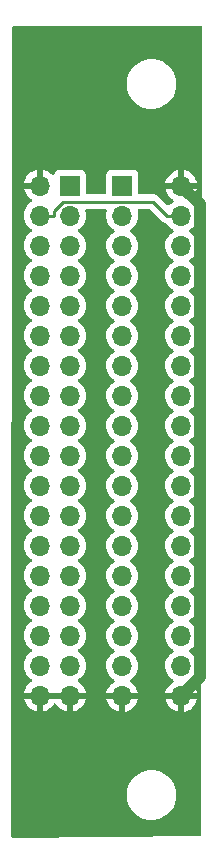
<source format=gbr>
%TF.GenerationSoftware,KiCad,Pcbnew,(6.0.6)*%
%TF.CreationDate,2022-10-25T09:25:13-05:00*%
%TF.ProjectId,CartRiser,43617274-5269-4736-9572-2e6b69636164,.8*%
%TF.SameCoordinates,Original*%
%TF.FileFunction,Copper,L1,Top*%
%TF.FilePolarity,Positive*%
%FSLAX46Y46*%
G04 Gerber Fmt 4.6, Leading zero omitted, Abs format (unit mm)*
G04 Created by KiCad (PCBNEW (6.0.6)) date 2022-10-25 09:25:13*
%MOMM*%
%LPD*%
G01*
G04 APERTURE LIST*
%TA.AperFunction,ComponentPad*%
%ADD10R,1.700000X1.700000*%
%TD*%
%TA.AperFunction,ComponentPad*%
%ADD11O,1.700000X1.700000*%
%TD*%
%TA.AperFunction,Conductor*%
%ADD12C,0.250000*%
%TD*%
%TA.AperFunction,Conductor*%
%ADD13C,1.000000*%
%TD*%
G04 APERTURE END LIST*
D10*
%TO.P,J2,1,Pin_1*%
%TO.N,~{CMRESET}*%
X171325000Y-60520000D03*
D11*
%TO.P,J2,2,Pin_2*%
%TO.N,GND*%
X176325000Y-60520000D03*
%TO.P,J2,3,Pin_3*%
%TO.N,D7*%
X171325000Y-63060000D03*
%TO.P,J2,4,Pin_4*%
%TO.N,~{CRUCLK}*%
X176325000Y-63060000D03*
%TO.P,J2,5,Pin_5*%
%TO.N,D6*%
X171325000Y-65600000D03*
%TO.P,J2,6,Pin_6*%
%TO.N,CRUIN*%
X176325000Y-65600000D03*
%TO.P,J2,7,Pin_7*%
%TO.N,D5*%
X171325000Y-68140000D03*
%TO.P,J2,8,Pin_8*%
%TO.N,A15-CRUOUT*%
X176325000Y-68140000D03*
%TO.P,J2,9,Pin_9*%
%TO.N,D4*%
X171325000Y-70680000D03*
%TO.P,J2,10,Pin_10*%
%TO.N,A13*%
X176325000Y-70680000D03*
%TO.P,J2,11,Pin_11*%
%TO.N,D3*%
X171325000Y-73220000D03*
%TO.P,J2,12,Pin_12*%
%TO.N,A12*%
X176325000Y-73220000D03*
%TO.P,J2,13,Pin_13*%
%TO.N,D2*%
X171325000Y-75760000D03*
%TO.P,J2,14,Pin_14*%
%TO.N,A11*%
X176325000Y-75760000D03*
%TO.P,J2,15,Pin_15*%
%TO.N,D1*%
X171325000Y-78300000D03*
%TO.P,J2,16,Pin_16*%
%TO.N,A10*%
X176325000Y-78300000D03*
%TO.P,J2,17,Pin_17*%
%TO.N,D0*%
X171325000Y-80840000D03*
%TO.P,J2,18,Pin_18*%
%TO.N,A9*%
X176325000Y-80840000D03*
%TO.P,J2,19,Pin_19*%
%TO.N,+5V*%
X171325000Y-83380000D03*
%TO.P,J2,20,Pin_20*%
%TO.N,A8*%
X176325000Y-83380000D03*
%TO.P,J2,21,Pin_21*%
%TO.N,~{GS}*%
X171325000Y-85920000D03*
%TO.P,J2,22,Pin_22*%
%TO.N,A7*%
X176325000Y-85920000D03*
%TO.P,J2,23,Pin_23*%
%TO.N,IO_A14*%
X171325000Y-88460000D03*
%TO.P,J2,24,Pin_24*%
%TO.N,A3*%
X176325000Y-88460000D03*
%TO.P,J2,25,Pin_25*%
%TO.N,DBIN*%
X171325000Y-91000000D03*
%TO.P,J2,26,Pin_26*%
%TO.N,A6*%
X176325000Y-91000000D03*
%TO.P,J2,27,Pin_27*%
%TO.N,GRMCLK*%
X171325000Y-93540000D03*
%TO.P,J2,28,Pin_28*%
%TO.N,A5*%
X176325000Y-93540000D03*
%TO.P,J2,29,Pin_29*%
%TO.N,-5V*%
X171325000Y-96080000D03*
%TO.P,J2,30,Pin_30*%
%TO.N,A4*%
X176325000Y-96080000D03*
%TO.P,J2,31,Pin_31*%
%TO.N,GREADY*%
X171325000Y-98620000D03*
%TO.P,J2,32,Pin_32*%
%TO.N,~{mWE}*%
X176325000Y-98620000D03*
%TO.P,J2,33,Pin_33*%
%TO.N,VSS*%
X171325000Y-101160000D03*
%TO.P,J2,34,Pin_34*%
%TO.N,~{ROMG}*%
X176325000Y-101160000D03*
%TO.P,J2,35,Pin_35*%
%TO.N,GND*%
X171325000Y-103700000D03*
%TO.P,J2,36,Pin_36*%
X176325000Y-103700000D03*
%TD*%
D10*
%TO.P,J1,1,Pin_1*%
%TO.N,~{CMRESET}*%
X166900000Y-60500000D03*
D11*
%TO.P,J1,2,Pin_2*%
%TO.N,GND*%
X164360000Y-60500000D03*
%TO.P,J1,3,Pin_3*%
%TO.N,D7*%
X166900000Y-63040000D03*
%TO.P,J1,4,Pin_4*%
%TO.N,~{CRUCLK}*%
X164360000Y-63040000D03*
%TO.P,J1,5,Pin_5*%
%TO.N,D6*%
X166900000Y-65580000D03*
%TO.P,J1,6,Pin_6*%
%TO.N,CRUIN*%
X164360000Y-65580000D03*
%TO.P,J1,7,Pin_7*%
%TO.N,D5*%
X166900000Y-68120000D03*
%TO.P,J1,8,Pin_8*%
%TO.N,A15-CRUOUT*%
X164360000Y-68120000D03*
%TO.P,J1,9,Pin_9*%
%TO.N,D4*%
X166900000Y-70660000D03*
%TO.P,J1,10,Pin_10*%
%TO.N,A13*%
X164360000Y-70660000D03*
%TO.P,J1,11,Pin_11*%
%TO.N,D3*%
X166900000Y-73200000D03*
%TO.P,J1,12,Pin_12*%
%TO.N,A12*%
X164360000Y-73200000D03*
%TO.P,J1,13,Pin_13*%
%TO.N,D2*%
X166900000Y-75740000D03*
%TO.P,J1,14,Pin_14*%
%TO.N,A11*%
X164360000Y-75740000D03*
%TO.P,J1,15,Pin_15*%
%TO.N,D1*%
X166900000Y-78280000D03*
%TO.P,J1,16,Pin_16*%
%TO.N,A10*%
X164360000Y-78280000D03*
%TO.P,J1,17,Pin_17*%
%TO.N,D0*%
X166900000Y-80820000D03*
%TO.P,J1,18,Pin_18*%
%TO.N,A9*%
X164360000Y-80820000D03*
%TO.P,J1,19,Pin_19*%
%TO.N,+5V*%
X166900000Y-83360000D03*
%TO.P,J1,20,Pin_20*%
%TO.N,A8*%
X164360000Y-83360000D03*
%TO.P,J1,21,Pin_21*%
%TO.N,~{GS}*%
X166900000Y-85900000D03*
%TO.P,J1,22,Pin_22*%
%TO.N,A7*%
X164360000Y-85900000D03*
%TO.P,J1,23,Pin_23*%
%TO.N,IO_A14*%
X166900000Y-88440000D03*
%TO.P,J1,24,Pin_24*%
%TO.N,A3*%
X164360000Y-88440000D03*
%TO.P,J1,25,Pin_25*%
%TO.N,DBIN*%
X166900000Y-90980000D03*
%TO.P,J1,26,Pin_26*%
%TO.N,A6*%
X164360000Y-90980000D03*
%TO.P,J1,27,Pin_27*%
%TO.N,GRMCLK*%
X166900000Y-93520000D03*
%TO.P,J1,28,Pin_28*%
%TO.N,A5*%
X164360000Y-93520000D03*
%TO.P,J1,29,Pin_29*%
%TO.N,-5V*%
X166900000Y-96060000D03*
%TO.P,J1,30,Pin_30*%
%TO.N,A4*%
X164360000Y-96060000D03*
%TO.P,J1,31,Pin_31*%
%TO.N,GREADY*%
X166900000Y-98600000D03*
%TO.P,J1,32,Pin_32*%
%TO.N,~{mWE}*%
X164360000Y-98600000D03*
%TO.P,J1,33,Pin_33*%
%TO.N,VSS*%
X166900000Y-101140000D03*
%TO.P,J1,34,Pin_34*%
%TO.N,~{ROMG}*%
X164360000Y-101140000D03*
%TO.P,J1,35,Pin_35*%
%TO.N,GND*%
X166900000Y-103680000D03*
%TO.P,J1,36,Pin_36*%
X164360000Y-103680000D03*
%TD*%
D12*
%TO.N,~{CRUCLK}*%
X173953200Y-61863500D02*
X175149700Y-63060000D01*
X166344500Y-61863500D02*
X173953200Y-61863500D01*
X165535300Y-62672700D02*
X166344500Y-61863500D01*
X165535300Y-63040000D02*
X165535300Y-62672700D01*
X164360000Y-63040000D02*
X165535300Y-63040000D01*
X176325000Y-63060000D02*
X175149700Y-63060000D01*
D13*
%TO.N,GND*%
X177899000Y-62094000D02*
X176325000Y-60520000D01*
X177899000Y-102126000D02*
X177899000Y-62094000D01*
X176325000Y-103700000D02*
X177899000Y-102126000D01*
%TD*%
%TA.AperFunction,Conductor*%
%TO.N,GND*%
G36*
X178041925Y-47028502D02*
G01*
X178088418Y-47082158D01*
X178099804Y-47134682D01*
X178045446Y-84424171D01*
X178000182Y-115474963D01*
X177980081Y-115543054D01*
X177926357Y-115589469D01*
X177874967Y-115600777D01*
X162035282Y-115699160D01*
X161967039Y-115679581D01*
X161920214Y-115626215D01*
X161908500Y-115573162D01*
X161908500Y-112232703D01*
X171690743Y-112232703D01*
X171728268Y-112517734D01*
X171804129Y-112795036D01*
X171916923Y-113059476D01*
X172064561Y-113306161D01*
X172244313Y-113530528D01*
X172452851Y-113728423D01*
X172686317Y-113896186D01*
X172690112Y-113898195D01*
X172690113Y-113898196D01*
X172711869Y-113909715D01*
X172940392Y-114030712D01*
X173210373Y-114129511D01*
X173491264Y-114190755D01*
X173519841Y-114193004D01*
X173714282Y-114208307D01*
X173714291Y-114208307D01*
X173716739Y-114208500D01*
X173872271Y-114208500D01*
X173874407Y-114208354D01*
X173874418Y-114208354D01*
X174082548Y-114194165D01*
X174082554Y-114194164D01*
X174086825Y-114193873D01*
X174091020Y-114193004D01*
X174091022Y-114193004D01*
X174227583Y-114164724D01*
X174368342Y-114135574D01*
X174639343Y-114039607D01*
X174894812Y-113907750D01*
X174898313Y-113905289D01*
X174898317Y-113905287D01*
X175012417Y-113825096D01*
X175130023Y-113742441D01*
X175340622Y-113546740D01*
X175522713Y-113324268D01*
X175672927Y-113079142D01*
X175788483Y-112815898D01*
X175867244Y-112539406D01*
X175907751Y-112254784D01*
X175907845Y-112236951D01*
X175909235Y-111971583D01*
X175909235Y-111971576D01*
X175909257Y-111967297D01*
X175871732Y-111682266D01*
X175795871Y-111404964D01*
X175683077Y-111140524D01*
X175535439Y-110893839D01*
X175355687Y-110669472D01*
X175147149Y-110471577D01*
X174913683Y-110303814D01*
X174891843Y-110292250D01*
X174868654Y-110279972D01*
X174659608Y-110169288D01*
X174389627Y-110070489D01*
X174108736Y-110009245D01*
X174077685Y-110006801D01*
X173885718Y-109991693D01*
X173885709Y-109991693D01*
X173883261Y-109991500D01*
X173727729Y-109991500D01*
X173725593Y-109991646D01*
X173725582Y-109991646D01*
X173517452Y-110005835D01*
X173517446Y-110005836D01*
X173513175Y-110006127D01*
X173508980Y-110006996D01*
X173508978Y-110006996D01*
X173372417Y-110035276D01*
X173231658Y-110064426D01*
X172960657Y-110160393D01*
X172705188Y-110292250D01*
X172701687Y-110294711D01*
X172701683Y-110294713D01*
X172691594Y-110301804D01*
X172469977Y-110457559D01*
X172259378Y-110653260D01*
X172077287Y-110875732D01*
X171927073Y-111120858D01*
X171811517Y-111384102D01*
X171732756Y-111660594D01*
X171692249Y-111945216D01*
X171692227Y-111949505D01*
X171692226Y-111949512D01*
X171690765Y-112228417D01*
X171690743Y-112232703D01*
X161908500Y-112232703D01*
X161908500Y-109860500D01*
X161917106Y-103947966D01*
X163028257Y-103947966D01*
X163058565Y-104082446D01*
X163061645Y-104092275D01*
X163141770Y-104289603D01*
X163146413Y-104298794D01*
X163257694Y-104480388D01*
X163263777Y-104488699D01*
X163403213Y-104649667D01*
X163410580Y-104656883D01*
X163574434Y-104792916D01*
X163582881Y-104798831D01*
X163766756Y-104906279D01*
X163776042Y-104910729D01*
X163975001Y-104986703D01*
X163984899Y-104989579D01*
X164088250Y-105010606D01*
X164102299Y-105009410D01*
X164106000Y-104999065D01*
X164106000Y-104998517D01*
X164614000Y-104998517D01*
X164618064Y-105012359D01*
X164631478Y-105014393D01*
X164638184Y-105013534D01*
X164648262Y-105011392D01*
X164852255Y-104950191D01*
X164861842Y-104946433D01*
X165053095Y-104852739D01*
X165061945Y-104847464D01*
X165235328Y-104723792D01*
X165243200Y-104717139D01*
X165394052Y-104566812D01*
X165400730Y-104558965D01*
X165528022Y-104381819D01*
X165529147Y-104382627D01*
X165576669Y-104338876D01*
X165646607Y-104326661D01*
X165712046Y-104354197D01*
X165739870Y-104386028D01*
X165797690Y-104480383D01*
X165803777Y-104488699D01*
X165943213Y-104649667D01*
X165950580Y-104656883D01*
X166114434Y-104792916D01*
X166122881Y-104798831D01*
X166306756Y-104906279D01*
X166316042Y-104910729D01*
X166515001Y-104986703D01*
X166524899Y-104989579D01*
X166628250Y-105010606D01*
X166642299Y-105009410D01*
X166646000Y-104999065D01*
X166646000Y-104998517D01*
X167154000Y-104998517D01*
X167158064Y-105012359D01*
X167171478Y-105014393D01*
X167178184Y-105013534D01*
X167188262Y-105011392D01*
X167392255Y-104950191D01*
X167401842Y-104946433D01*
X167593095Y-104852739D01*
X167601945Y-104847464D01*
X167775328Y-104723792D01*
X167783200Y-104717139D01*
X167934052Y-104566812D01*
X167940730Y-104558965D01*
X168065003Y-104386020D01*
X168070313Y-104377183D01*
X168164670Y-104186267D01*
X168168469Y-104176672D01*
X168230377Y-103972910D01*
X168231446Y-103967966D01*
X169993257Y-103967966D01*
X170023565Y-104102446D01*
X170026645Y-104112275D01*
X170106770Y-104309603D01*
X170111413Y-104318794D01*
X170222694Y-104500388D01*
X170228777Y-104508699D01*
X170368213Y-104669667D01*
X170375580Y-104676883D01*
X170539434Y-104812916D01*
X170547881Y-104818831D01*
X170731756Y-104926279D01*
X170741042Y-104930729D01*
X170940001Y-105006703D01*
X170949899Y-105009579D01*
X171053250Y-105030606D01*
X171067299Y-105029410D01*
X171071000Y-105019065D01*
X171071000Y-105018517D01*
X171579000Y-105018517D01*
X171583064Y-105032359D01*
X171596478Y-105034393D01*
X171603184Y-105033534D01*
X171613262Y-105031392D01*
X171817255Y-104970191D01*
X171826842Y-104966433D01*
X172018095Y-104872739D01*
X172026945Y-104867464D01*
X172200328Y-104743792D01*
X172208200Y-104737139D01*
X172359052Y-104586812D01*
X172365730Y-104578965D01*
X172490003Y-104406020D01*
X172495313Y-104397183D01*
X172589670Y-104206267D01*
X172593469Y-104196672D01*
X172655377Y-103992910D01*
X172657555Y-103982837D01*
X172658986Y-103971962D01*
X172658363Y-103967966D01*
X174993257Y-103967966D01*
X175023565Y-104102446D01*
X175026645Y-104112275D01*
X175106770Y-104309603D01*
X175111413Y-104318794D01*
X175222694Y-104500388D01*
X175228777Y-104508699D01*
X175368213Y-104669667D01*
X175375580Y-104676883D01*
X175539434Y-104812916D01*
X175547881Y-104818831D01*
X175731756Y-104926279D01*
X175741042Y-104930729D01*
X175940001Y-105006703D01*
X175949899Y-105009579D01*
X176053250Y-105030606D01*
X176067299Y-105029410D01*
X176071000Y-105019065D01*
X176071000Y-105018517D01*
X176579000Y-105018517D01*
X176583064Y-105032359D01*
X176596478Y-105034393D01*
X176603184Y-105033534D01*
X176613262Y-105031392D01*
X176817255Y-104970191D01*
X176826842Y-104966433D01*
X177018095Y-104872739D01*
X177026945Y-104867464D01*
X177200328Y-104743792D01*
X177208200Y-104737139D01*
X177359052Y-104586812D01*
X177365730Y-104578965D01*
X177490003Y-104406020D01*
X177495313Y-104397183D01*
X177589670Y-104206267D01*
X177593469Y-104196672D01*
X177655377Y-103992910D01*
X177657555Y-103982837D01*
X177658986Y-103971962D01*
X177656775Y-103957778D01*
X177643617Y-103954000D01*
X176597115Y-103954000D01*
X176581876Y-103958475D01*
X176580671Y-103959865D01*
X176579000Y-103967548D01*
X176579000Y-105018517D01*
X176071000Y-105018517D01*
X176071000Y-103972115D01*
X176066525Y-103956876D01*
X176065135Y-103955671D01*
X176057452Y-103954000D01*
X175008225Y-103954000D01*
X174994694Y-103957973D01*
X174993257Y-103967966D01*
X172658363Y-103967966D01*
X172656775Y-103957778D01*
X172643617Y-103954000D01*
X171597115Y-103954000D01*
X171581876Y-103958475D01*
X171580671Y-103959865D01*
X171579000Y-103967548D01*
X171579000Y-105018517D01*
X171071000Y-105018517D01*
X171071000Y-103972115D01*
X171066525Y-103956876D01*
X171065135Y-103955671D01*
X171057452Y-103954000D01*
X170008225Y-103954000D01*
X169994694Y-103957973D01*
X169993257Y-103967966D01*
X168231446Y-103967966D01*
X168232555Y-103962837D01*
X168233986Y-103951962D01*
X168231775Y-103937778D01*
X168218617Y-103934000D01*
X167172115Y-103934000D01*
X167156876Y-103938475D01*
X167155671Y-103939865D01*
X167154000Y-103947548D01*
X167154000Y-104998517D01*
X166646000Y-104998517D01*
X166646000Y-103952115D01*
X166641525Y-103936876D01*
X166640135Y-103935671D01*
X166632452Y-103934000D01*
X164632115Y-103934000D01*
X164616876Y-103938475D01*
X164615671Y-103939865D01*
X164614000Y-103947548D01*
X164614000Y-104998517D01*
X164106000Y-104998517D01*
X164106000Y-103952115D01*
X164101525Y-103936876D01*
X164100135Y-103935671D01*
X164092452Y-103934000D01*
X163043225Y-103934000D01*
X163029694Y-103937973D01*
X163028257Y-103947966D01*
X161917106Y-103947966D01*
X161921242Y-101106695D01*
X162997251Y-101106695D01*
X162997548Y-101111848D01*
X162997548Y-101111851D01*
X163003011Y-101206590D01*
X163010110Y-101329715D01*
X163011247Y-101334761D01*
X163011248Y-101334767D01*
X163031119Y-101422939D01*
X163059222Y-101547639D01*
X163143266Y-101754616D01*
X163194019Y-101837438D01*
X163257291Y-101940688D01*
X163259987Y-101945088D01*
X163406250Y-102113938D01*
X163578126Y-102256632D01*
X163612352Y-102276632D01*
X163651955Y-102299774D01*
X163700679Y-102351412D01*
X163713750Y-102421195D01*
X163687019Y-102486967D01*
X163646562Y-102520327D01*
X163638457Y-102524546D01*
X163629738Y-102530036D01*
X163459433Y-102657905D01*
X163451726Y-102664748D01*
X163304590Y-102818717D01*
X163298104Y-102826727D01*
X163178098Y-103002649D01*
X163173000Y-103011623D01*
X163083338Y-103204783D01*
X163079775Y-103214470D01*
X163024389Y-103414183D01*
X163025912Y-103422607D01*
X163038292Y-103426000D01*
X168218344Y-103426000D01*
X168231875Y-103422027D01*
X168233180Y-103412947D01*
X168191214Y-103245875D01*
X168187894Y-103236124D01*
X168102972Y-103040814D01*
X168098105Y-103031739D01*
X167982426Y-102852926D01*
X167976136Y-102844757D01*
X167832806Y-102687240D01*
X167825273Y-102680215D01*
X167658139Y-102548222D01*
X167649556Y-102542520D01*
X167612602Y-102522120D01*
X167562631Y-102471687D01*
X167547859Y-102402245D01*
X167572975Y-102335839D01*
X167600327Y-102309232D01*
X167623797Y-102292491D01*
X167779860Y-102181173D01*
X167938096Y-102023489D01*
X167997594Y-101940689D01*
X168065435Y-101846277D01*
X168068453Y-101842077D01*
X168089320Y-101799857D01*
X168165136Y-101646453D01*
X168165137Y-101646451D01*
X168167430Y-101641811D01*
X168232370Y-101428069D01*
X168261529Y-101206590D01*
X168262585Y-101163365D01*
X168263074Y-101143365D01*
X168263074Y-101143361D01*
X168263156Y-101140000D01*
X168244852Y-100917361D01*
X168190431Y-100700702D01*
X168101354Y-100495840D01*
X168061906Y-100434862D01*
X167982822Y-100312617D01*
X167982820Y-100312614D01*
X167980014Y-100308277D01*
X167829670Y-100143051D01*
X167825619Y-100139852D01*
X167825615Y-100139848D01*
X167658414Y-100007800D01*
X167658410Y-100007798D01*
X167654359Y-100004598D01*
X167613053Y-99981796D01*
X167563084Y-99931364D01*
X167548312Y-99861921D01*
X167573428Y-99795516D01*
X167600780Y-99768909D01*
X167650664Y-99733327D01*
X167779860Y-99641173D01*
X167938096Y-99483489D01*
X167997594Y-99400689D01*
X168065435Y-99306277D01*
X168068453Y-99302077D01*
X168089320Y-99259857D01*
X168165136Y-99106453D01*
X168165137Y-99106451D01*
X168167430Y-99101811D01*
X168232370Y-98888069D01*
X168261529Y-98666590D01*
X168262585Y-98623365D01*
X168263074Y-98603365D01*
X168263074Y-98603361D01*
X168263156Y-98600000D01*
X168244852Y-98377361D01*
X168190431Y-98160702D01*
X168101354Y-97955840D01*
X168061906Y-97894862D01*
X167982822Y-97772617D01*
X167982820Y-97772614D01*
X167980014Y-97768277D01*
X167829670Y-97603051D01*
X167825619Y-97599852D01*
X167825615Y-97599848D01*
X167658414Y-97467800D01*
X167658410Y-97467798D01*
X167654359Y-97464598D01*
X167613053Y-97441796D01*
X167563084Y-97391364D01*
X167548312Y-97321921D01*
X167573428Y-97255516D01*
X167600780Y-97228909D01*
X167650664Y-97193327D01*
X167779860Y-97101173D01*
X167938096Y-96943489D01*
X167997594Y-96860689D01*
X168065435Y-96766277D01*
X168068453Y-96762077D01*
X168089320Y-96719857D01*
X168165136Y-96566453D01*
X168165137Y-96566451D01*
X168167430Y-96561811D01*
X168232370Y-96348069D01*
X168261529Y-96126590D01*
X168262585Y-96083365D01*
X168263074Y-96063365D01*
X168263074Y-96063361D01*
X168263156Y-96060000D01*
X168244852Y-95837361D01*
X168190431Y-95620702D01*
X168101354Y-95415840D01*
X168061906Y-95354862D01*
X167982822Y-95232617D01*
X167982820Y-95232614D01*
X167980014Y-95228277D01*
X167829670Y-95063051D01*
X167825619Y-95059852D01*
X167825615Y-95059848D01*
X167658414Y-94927800D01*
X167658410Y-94927798D01*
X167654359Y-94924598D01*
X167613053Y-94901796D01*
X167563084Y-94851364D01*
X167548312Y-94781921D01*
X167573428Y-94715516D01*
X167600780Y-94688909D01*
X167650664Y-94653327D01*
X167779860Y-94561173D01*
X167938096Y-94403489D01*
X167997594Y-94320689D01*
X168065435Y-94226277D01*
X168068453Y-94222077D01*
X168089320Y-94179857D01*
X168165136Y-94026453D01*
X168165137Y-94026451D01*
X168167430Y-94021811D01*
X168232370Y-93808069D01*
X168261529Y-93586590D01*
X168262585Y-93543365D01*
X168263074Y-93523365D01*
X168263074Y-93523361D01*
X168263156Y-93520000D01*
X168244852Y-93297361D01*
X168190431Y-93080702D01*
X168101354Y-92875840D01*
X168061906Y-92814862D01*
X167982822Y-92692617D01*
X167982820Y-92692614D01*
X167980014Y-92688277D01*
X167829670Y-92523051D01*
X167825619Y-92519852D01*
X167825615Y-92519848D01*
X167658414Y-92387800D01*
X167658410Y-92387798D01*
X167654359Y-92384598D01*
X167613053Y-92361796D01*
X167563084Y-92311364D01*
X167548312Y-92241921D01*
X167573428Y-92175516D01*
X167600780Y-92148909D01*
X167650664Y-92113327D01*
X167779860Y-92021173D01*
X167938096Y-91863489D01*
X167997594Y-91780689D01*
X168065435Y-91686277D01*
X168068453Y-91682077D01*
X168089320Y-91639857D01*
X168165136Y-91486453D01*
X168165137Y-91486451D01*
X168167430Y-91481811D01*
X168232370Y-91268069D01*
X168261529Y-91046590D01*
X168262585Y-91003365D01*
X168263074Y-90983365D01*
X168263074Y-90983361D01*
X168263156Y-90980000D01*
X168244852Y-90757361D01*
X168190431Y-90540702D01*
X168101354Y-90335840D01*
X168061906Y-90274862D01*
X167982822Y-90152617D01*
X167982820Y-90152614D01*
X167980014Y-90148277D01*
X167829670Y-89983051D01*
X167825619Y-89979852D01*
X167825615Y-89979848D01*
X167658414Y-89847800D01*
X167658410Y-89847798D01*
X167654359Y-89844598D01*
X167613053Y-89821796D01*
X167563084Y-89771364D01*
X167548312Y-89701921D01*
X167573428Y-89635516D01*
X167600780Y-89608909D01*
X167650664Y-89573327D01*
X167779860Y-89481173D01*
X167938096Y-89323489D01*
X167997594Y-89240689D01*
X168065435Y-89146277D01*
X168068453Y-89142077D01*
X168089320Y-89099857D01*
X168165136Y-88946453D01*
X168165137Y-88946451D01*
X168167430Y-88941811D01*
X168232370Y-88728069D01*
X168261529Y-88506590D01*
X168262585Y-88463365D01*
X168263074Y-88443365D01*
X168263074Y-88443361D01*
X168263156Y-88440000D01*
X168244852Y-88217361D01*
X168190431Y-88000702D01*
X168101354Y-87795840D01*
X168061906Y-87734862D01*
X167982822Y-87612617D01*
X167982820Y-87612614D01*
X167980014Y-87608277D01*
X167829670Y-87443051D01*
X167825619Y-87439852D01*
X167825615Y-87439848D01*
X167658414Y-87307800D01*
X167658410Y-87307798D01*
X167654359Y-87304598D01*
X167613053Y-87281796D01*
X167563084Y-87231364D01*
X167548312Y-87161921D01*
X167573428Y-87095516D01*
X167600780Y-87068909D01*
X167650664Y-87033327D01*
X167779860Y-86941173D01*
X167938096Y-86783489D01*
X167997594Y-86700689D01*
X168065435Y-86606277D01*
X168068453Y-86602077D01*
X168089320Y-86559857D01*
X168165136Y-86406453D01*
X168165137Y-86406451D01*
X168167430Y-86401811D01*
X168232370Y-86188069D01*
X168261529Y-85966590D01*
X168262585Y-85923365D01*
X168263074Y-85903365D01*
X168263074Y-85903361D01*
X168263156Y-85900000D01*
X168244852Y-85677361D01*
X168190431Y-85460702D01*
X168101354Y-85255840D01*
X168061906Y-85194862D01*
X167982822Y-85072617D01*
X167982820Y-85072614D01*
X167980014Y-85068277D01*
X167829670Y-84903051D01*
X167825619Y-84899852D01*
X167825615Y-84899848D01*
X167658414Y-84767800D01*
X167658410Y-84767798D01*
X167654359Y-84764598D01*
X167613053Y-84741796D01*
X167563084Y-84691364D01*
X167548312Y-84621921D01*
X167573428Y-84555516D01*
X167600780Y-84528909D01*
X167650664Y-84493327D01*
X167779860Y-84401173D01*
X167938096Y-84243489D01*
X167997594Y-84160689D01*
X168065435Y-84066277D01*
X168068453Y-84062077D01*
X168089320Y-84019857D01*
X168165136Y-83866453D01*
X168165137Y-83866451D01*
X168167430Y-83861811D01*
X168232370Y-83648069D01*
X168261529Y-83426590D01*
X168262585Y-83383365D01*
X168263074Y-83363365D01*
X168263074Y-83363361D01*
X168263156Y-83360000D01*
X168244852Y-83137361D01*
X168190431Y-82920702D01*
X168101354Y-82715840D01*
X168061906Y-82654862D01*
X167982822Y-82532617D01*
X167982820Y-82532614D01*
X167980014Y-82528277D01*
X167829670Y-82363051D01*
X167825619Y-82359852D01*
X167825615Y-82359848D01*
X167658414Y-82227800D01*
X167658410Y-82227798D01*
X167654359Y-82224598D01*
X167613053Y-82201796D01*
X167563084Y-82151364D01*
X167548312Y-82081921D01*
X167573428Y-82015516D01*
X167600780Y-81988909D01*
X167650664Y-81953327D01*
X167779860Y-81861173D01*
X167938096Y-81703489D01*
X167997594Y-81620689D01*
X168065435Y-81526277D01*
X168068453Y-81522077D01*
X168089320Y-81479857D01*
X168165136Y-81326453D01*
X168165137Y-81326451D01*
X168167430Y-81321811D01*
X168232370Y-81108069D01*
X168261529Y-80886590D01*
X168262585Y-80843365D01*
X168263074Y-80823365D01*
X168263074Y-80823361D01*
X168263156Y-80820000D01*
X168244852Y-80597361D01*
X168190431Y-80380702D01*
X168101354Y-80175840D01*
X168061906Y-80114862D01*
X167982822Y-79992617D01*
X167982820Y-79992614D01*
X167980014Y-79988277D01*
X167829670Y-79823051D01*
X167825619Y-79819852D01*
X167825615Y-79819848D01*
X167658414Y-79687800D01*
X167658410Y-79687798D01*
X167654359Y-79684598D01*
X167613053Y-79661796D01*
X167563084Y-79611364D01*
X167548312Y-79541921D01*
X167573428Y-79475516D01*
X167600780Y-79448909D01*
X167650664Y-79413327D01*
X167779860Y-79321173D01*
X167938096Y-79163489D01*
X167997594Y-79080689D01*
X168065435Y-78986277D01*
X168068453Y-78982077D01*
X168089320Y-78939857D01*
X168165136Y-78786453D01*
X168165137Y-78786451D01*
X168167430Y-78781811D01*
X168232370Y-78568069D01*
X168261529Y-78346590D01*
X168262585Y-78303365D01*
X168263074Y-78283365D01*
X168263074Y-78283361D01*
X168263156Y-78280000D01*
X168244852Y-78057361D01*
X168190431Y-77840702D01*
X168101354Y-77635840D01*
X168061906Y-77574862D01*
X167982822Y-77452617D01*
X167982820Y-77452614D01*
X167980014Y-77448277D01*
X167829670Y-77283051D01*
X167825619Y-77279852D01*
X167825615Y-77279848D01*
X167658414Y-77147800D01*
X167658410Y-77147798D01*
X167654359Y-77144598D01*
X167613053Y-77121796D01*
X167563084Y-77071364D01*
X167548312Y-77001921D01*
X167573428Y-76935516D01*
X167600780Y-76908909D01*
X167650664Y-76873327D01*
X167779860Y-76781173D01*
X167938096Y-76623489D01*
X167997594Y-76540689D01*
X168065435Y-76446277D01*
X168068453Y-76442077D01*
X168089320Y-76399857D01*
X168165136Y-76246453D01*
X168165137Y-76246451D01*
X168167430Y-76241811D01*
X168232370Y-76028069D01*
X168261529Y-75806590D01*
X168262585Y-75763365D01*
X168263074Y-75743365D01*
X168263074Y-75743361D01*
X168263156Y-75740000D01*
X168244852Y-75517361D01*
X168190431Y-75300702D01*
X168101354Y-75095840D01*
X168061906Y-75034862D01*
X167982822Y-74912617D01*
X167982820Y-74912614D01*
X167980014Y-74908277D01*
X167829670Y-74743051D01*
X167825619Y-74739852D01*
X167825615Y-74739848D01*
X167658414Y-74607800D01*
X167658410Y-74607798D01*
X167654359Y-74604598D01*
X167613053Y-74581796D01*
X167563084Y-74531364D01*
X167548312Y-74461921D01*
X167573428Y-74395516D01*
X167600780Y-74368909D01*
X167650664Y-74333327D01*
X167779860Y-74241173D01*
X167938096Y-74083489D01*
X167997594Y-74000689D01*
X168065435Y-73906277D01*
X168068453Y-73902077D01*
X168089320Y-73859857D01*
X168165136Y-73706453D01*
X168165137Y-73706451D01*
X168167430Y-73701811D01*
X168232370Y-73488069D01*
X168261529Y-73266590D01*
X168262585Y-73223365D01*
X168263074Y-73203365D01*
X168263074Y-73203361D01*
X168263156Y-73200000D01*
X168244852Y-72977361D01*
X168190431Y-72760702D01*
X168101354Y-72555840D01*
X168061906Y-72494862D01*
X167982822Y-72372617D01*
X167982820Y-72372614D01*
X167980014Y-72368277D01*
X167829670Y-72203051D01*
X167825619Y-72199852D01*
X167825615Y-72199848D01*
X167658414Y-72067800D01*
X167658410Y-72067798D01*
X167654359Y-72064598D01*
X167613053Y-72041796D01*
X167563084Y-71991364D01*
X167548312Y-71921921D01*
X167573428Y-71855516D01*
X167600780Y-71828909D01*
X167650664Y-71793327D01*
X167779860Y-71701173D01*
X167938096Y-71543489D01*
X167997594Y-71460689D01*
X168065435Y-71366277D01*
X168068453Y-71362077D01*
X168089320Y-71319857D01*
X168165136Y-71166453D01*
X168165137Y-71166451D01*
X168167430Y-71161811D01*
X168232370Y-70948069D01*
X168261529Y-70726590D01*
X168262585Y-70683365D01*
X168263074Y-70663365D01*
X168263074Y-70663361D01*
X168263156Y-70660000D01*
X168244852Y-70437361D01*
X168190431Y-70220702D01*
X168101354Y-70015840D01*
X168061906Y-69954862D01*
X167982822Y-69832617D01*
X167982820Y-69832614D01*
X167980014Y-69828277D01*
X167829670Y-69663051D01*
X167825619Y-69659852D01*
X167825615Y-69659848D01*
X167658414Y-69527800D01*
X167658410Y-69527798D01*
X167654359Y-69524598D01*
X167613053Y-69501796D01*
X167563084Y-69451364D01*
X167548312Y-69381921D01*
X167573428Y-69315516D01*
X167600780Y-69288909D01*
X167650664Y-69253327D01*
X167779860Y-69161173D01*
X167938096Y-69003489D01*
X167997594Y-68920689D01*
X168065435Y-68826277D01*
X168068453Y-68822077D01*
X168089320Y-68779857D01*
X168165136Y-68626453D01*
X168165137Y-68626451D01*
X168167430Y-68621811D01*
X168232370Y-68408069D01*
X168261529Y-68186590D01*
X168262585Y-68143365D01*
X168263074Y-68123365D01*
X168263074Y-68123361D01*
X168263156Y-68120000D01*
X168244852Y-67897361D01*
X168190431Y-67680702D01*
X168101354Y-67475840D01*
X168061906Y-67414862D01*
X167982822Y-67292617D01*
X167982820Y-67292614D01*
X167980014Y-67288277D01*
X167829670Y-67123051D01*
X167825619Y-67119852D01*
X167825615Y-67119848D01*
X167658414Y-66987800D01*
X167658410Y-66987798D01*
X167654359Y-66984598D01*
X167613053Y-66961796D01*
X167563084Y-66911364D01*
X167548312Y-66841921D01*
X167573428Y-66775516D01*
X167600780Y-66748909D01*
X167650664Y-66713327D01*
X167779860Y-66621173D01*
X167938096Y-66463489D01*
X167997594Y-66380689D01*
X168065435Y-66286277D01*
X168068453Y-66282077D01*
X168089320Y-66239857D01*
X168165136Y-66086453D01*
X168165137Y-66086451D01*
X168167430Y-66081811D01*
X168232370Y-65868069D01*
X168261529Y-65646590D01*
X168262585Y-65603365D01*
X168263074Y-65583365D01*
X168263074Y-65583361D01*
X168263156Y-65580000D01*
X168244852Y-65357361D01*
X168190431Y-65140702D01*
X168101354Y-64935840D01*
X168061906Y-64874862D01*
X167982822Y-64752617D01*
X167982820Y-64752614D01*
X167980014Y-64748277D01*
X167829670Y-64583051D01*
X167825619Y-64579852D01*
X167825615Y-64579848D01*
X167658414Y-64447800D01*
X167658410Y-64447798D01*
X167654359Y-64444598D01*
X167613053Y-64421796D01*
X167563084Y-64371364D01*
X167548312Y-64301921D01*
X167573428Y-64235516D01*
X167600780Y-64208909D01*
X167650664Y-64173327D01*
X167779860Y-64081173D01*
X167938096Y-63923489D01*
X167983227Y-63860683D01*
X168065435Y-63746277D01*
X168068453Y-63742077D01*
X168089320Y-63699857D01*
X168165136Y-63546453D01*
X168165137Y-63546451D01*
X168167430Y-63541811D01*
X168232370Y-63328069D01*
X168261529Y-63106590D01*
X168262585Y-63063365D01*
X168263074Y-63043365D01*
X168263074Y-63043361D01*
X168263156Y-63040000D01*
X168244852Y-62817361D01*
X168203742Y-62653695D01*
X168206546Y-62582754D01*
X168247259Y-62524591D01*
X168312954Y-62497672D01*
X168325946Y-62497000D01*
X169905588Y-62497000D01*
X169973709Y-62517002D01*
X170020202Y-62570658D01*
X170030306Y-62640932D01*
X170027005Y-62656672D01*
X169985989Y-62804570D01*
X169962251Y-63026695D01*
X169962548Y-63031848D01*
X169962548Y-63031851D01*
X169968011Y-63126590D01*
X169975110Y-63249715D01*
X169976247Y-63254761D01*
X169976248Y-63254767D01*
X169996119Y-63342939D01*
X170024222Y-63467639D01*
X170070012Y-63580407D01*
X170101817Y-63658733D01*
X170108266Y-63674616D01*
X170146763Y-63737438D01*
X170222288Y-63860683D01*
X170224987Y-63865088D01*
X170371250Y-64033938D01*
X170543126Y-64176632D01*
X170582219Y-64199476D01*
X170616445Y-64219476D01*
X170665169Y-64271114D01*
X170678240Y-64340897D01*
X170651509Y-64406669D01*
X170611055Y-64440027D01*
X170598607Y-64446507D01*
X170594474Y-64449610D01*
X170594471Y-64449612D01*
X170441624Y-64564373D01*
X170419965Y-64580635D01*
X170416393Y-64584373D01*
X170288313Y-64718401D01*
X170265629Y-64742138D01*
X170139743Y-64926680D01*
X170124003Y-64960590D01*
X170054972Y-65109305D01*
X170045688Y-65129305D01*
X169985989Y-65344570D01*
X169962251Y-65566695D01*
X169962548Y-65571848D01*
X169962548Y-65571851D01*
X169968011Y-65666590D01*
X169975110Y-65789715D01*
X169976247Y-65794761D01*
X169976248Y-65794767D01*
X169996119Y-65882939D01*
X170024222Y-66007639D01*
X170108266Y-66214616D01*
X170110965Y-66219020D01*
X170210035Y-66380688D01*
X170224987Y-66405088D01*
X170371250Y-66573938D01*
X170543126Y-66716632D01*
X170582219Y-66739476D01*
X170616445Y-66759476D01*
X170665169Y-66811114D01*
X170678240Y-66880897D01*
X170651509Y-66946669D01*
X170611055Y-66980027D01*
X170598607Y-66986507D01*
X170594474Y-66989610D01*
X170594471Y-66989612D01*
X170441624Y-67104373D01*
X170419965Y-67120635D01*
X170416393Y-67124373D01*
X170288313Y-67258401D01*
X170265629Y-67282138D01*
X170139743Y-67466680D01*
X170124003Y-67500590D01*
X170054972Y-67649305D01*
X170045688Y-67669305D01*
X169985989Y-67884570D01*
X169962251Y-68106695D01*
X169962548Y-68111848D01*
X169962548Y-68111851D01*
X169968011Y-68206590D01*
X169975110Y-68329715D01*
X169976247Y-68334761D01*
X169976248Y-68334767D01*
X169996119Y-68422939D01*
X170024222Y-68547639D01*
X170108266Y-68754616D01*
X170110965Y-68759020D01*
X170210035Y-68920688D01*
X170224987Y-68945088D01*
X170371250Y-69113938D01*
X170543126Y-69256632D01*
X170582219Y-69279476D01*
X170616445Y-69299476D01*
X170665169Y-69351114D01*
X170678240Y-69420897D01*
X170651509Y-69486669D01*
X170611055Y-69520027D01*
X170598607Y-69526507D01*
X170594474Y-69529610D01*
X170594471Y-69529612D01*
X170441624Y-69644373D01*
X170419965Y-69660635D01*
X170416393Y-69664373D01*
X170288313Y-69798401D01*
X170265629Y-69822138D01*
X170139743Y-70006680D01*
X170124003Y-70040590D01*
X170054972Y-70189305D01*
X170045688Y-70209305D01*
X169985989Y-70424570D01*
X169962251Y-70646695D01*
X169962548Y-70651848D01*
X169962548Y-70651851D01*
X169968011Y-70746590D01*
X169975110Y-70869715D01*
X169976247Y-70874761D01*
X169976248Y-70874767D01*
X169996119Y-70962939D01*
X170024222Y-71087639D01*
X170108266Y-71294616D01*
X170110965Y-71299020D01*
X170210035Y-71460688D01*
X170224987Y-71485088D01*
X170371250Y-71653938D01*
X170543126Y-71796632D01*
X170582219Y-71819476D01*
X170616445Y-71839476D01*
X170665169Y-71891114D01*
X170678240Y-71960897D01*
X170651509Y-72026669D01*
X170611055Y-72060027D01*
X170598607Y-72066507D01*
X170594474Y-72069610D01*
X170594471Y-72069612D01*
X170441624Y-72184373D01*
X170419965Y-72200635D01*
X170416393Y-72204373D01*
X170288313Y-72338401D01*
X170265629Y-72362138D01*
X170139743Y-72546680D01*
X170124003Y-72580590D01*
X170054972Y-72729305D01*
X170045688Y-72749305D01*
X169985989Y-72964570D01*
X169962251Y-73186695D01*
X169962548Y-73191848D01*
X169962548Y-73191851D01*
X169968011Y-73286590D01*
X169975110Y-73409715D01*
X169976247Y-73414761D01*
X169976248Y-73414767D01*
X169996119Y-73502939D01*
X170024222Y-73627639D01*
X170108266Y-73834616D01*
X170110965Y-73839020D01*
X170210035Y-74000688D01*
X170224987Y-74025088D01*
X170371250Y-74193938D01*
X170543126Y-74336632D01*
X170582219Y-74359476D01*
X170616445Y-74379476D01*
X170665169Y-74431114D01*
X170678240Y-74500897D01*
X170651509Y-74566669D01*
X170611055Y-74600027D01*
X170598607Y-74606507D01*
X170594474Y-74609610D01*
X170594471Y-74609612D01*
X170441624Y-74724373D01*
X170419965Y-74740635D01*
X170416393Y-74744373D01*
X170288313Y-74878401D01*
X170265629Y-74902138D01*
X170139743Y-75086680D01*
X170124003Y-75120590D01*
X170054972Y-75269305D01*
X170045688Y-75289305D01*
X169985989Y-75504570D01*
X169962251Y-75726695D01*
X169962548Y-75731848D01*
X169962548Y-75731851D01*
X169968011Y-75826590D01*
X169975110Y-75949715D01*
X169976247Y-75954761D01*
X169976248Y-75954767D01*
X169996119Y-76042939D01*
X170024222Y-76167639D01*
X170108266Y-76374616D01*
X170110965Y-76379020D01*
X170210035Y-76540688D01*
X170224987Y-76565088D01*
X170371250Y-76733938D01*
X170543126Y-76876632D01*
X170582219Y-76899476D01*
X170616445Y-76919476D01*
X170665169Y-76971114D01*
X170678240Y-77040897D01*
X170651509Y-77106669D01*
X170611055Y-77140027D01*
X170598607Y-77146507D01*
X170594474Y-77149610D01*
X170594471Y-77149612D01*
X170441624Y-77264373D01*
X170419965Y-77280635D01*
X170416393Y-77284373D01*
X170288313Y-77418401D01*
X170265629Y-77442138D01*
X170139743Y-77626680D01*
X170124003Y-77660590D01*
X170054972Y-77809305D01*
X170045688Y-77829305D01*
X169985989Y-78044570D01*
X169962251Y-78266695D01*
X169962548Y-78271848D01*
X169962548Y-78271851D01*
X169968011Y-78366590D01*
X169975110Y-78489715D01*
X169976247Y-78494761D01*
X169976248Y-78494767D01*
X169996119Y-78582939D01*
X170024222Y-78707639D01*
X170108266Y-78914616D01*
X170110965Y-78919020D01*
X170210035Y-79080688D01*
X170224987Y-79105088D01*
X170371250Y-79273938D01*
X170543126Y-79416632D01*
X170582219Y-79439476D01*
X170616445Y-79459476D01*
X170665169Y-79511114D01*
X170678240Y-79580897D01*
X170651509Y-79646669D01*
X170611055Y-79680027D01*
X170598607Y-79686507D01*
X170594474Y-79689610D01*
X170594471Y-79689612D01*
X170441624Y-79804373D01*
X170419965Y-79820635D01*
X170416393Y-79824373D01*
X170288313Y-79958401D01*
X170265629Y-79982138D01*
X170139743Y-80166680D01*
X170124003Y-80200590D01*
X170054972Y-80349305D01*
X170045688Y-80369305D01*
X169985989Y-80584570D01*
X169962251Y-80806695D01*
X169962548Y-80811848D01*
X169962548Y-80811851D01*
X169968011Y-80906590D01*
X169975110Y-81029715D01*
X169976247Y-81034761D01*
X169976248Y-81034767D01*
X169996119Y-81122939D01*
X170024222Y-81247639D01*
X170108266Y-81454616D01*
X170110965Y-81459020D01*
X170210035Y-81620688D01*
X170224987Y-81645088D01*
X170371250Y-81813938D01*
X170543126Y-81956632D01*
X170582219Y-81979476D01*
X170616445Y-81999476D01*
X170665169Y-82051114D01*
X170678240Y-82120897D01*
X170651509Y-82186669D01*
X170611055Y-82220027D01*
X170598607Y-82226507D01*
X170594474Y-82229610D01*
X170594471Y-82229612D01*
X170441624Y-82344373D01*
X170419965Y-82360635D01*
X170416393Y-82364373D01*
X170288313Y-82498401D01*
X170265629Y-82522138D01*
X170139743Y-82706680D01*
X170124003Y-82740590D01*
X170054972Y-82889305D01*
X170045688Y-82909305D01*
X169985989Y-83124570D01*
X169962251Y-83346695D01*
X169962548Y-83351848D01*
X169962548Y-83351851D01*
X169968011Y-83446590D01*
X169975110Y-83569715D01*
X169976247Y-83574761D01*
X169976248Y-83574767D01*
X169996119Y-83662939D01*
X170024222Y-83787639D01*
X170108266Y-83994616D01*
X170110965Y-83999020D01*
X170210035Y-84160688D01*
X170224987Y-84185088D01*
X170371250Y-84353938D01*
X170543126Y-84496632D01*
X170582219Y-84519476D01*
X170616445Y-84539476D01*
X170665169Y-84591114D01*
X170678240Y-84660897D01*
X170651509Y-84726669D01*
X170611055Y-84760027D01*
X170598607Y-84766507D01*
X170594474Y-84769610D01*
X170594471Y-84769612D01*
X170441624Y-84884373D01*
X170419965Y-84900635D01*
X170416393Y-84904373D01*
X170288313Y-85038401D01*
X170265629Y-85062138D01*
X170139743Y-85246680D01*
X170124003Y-85280590D01*
X170054972Y-85429305D01*
X170045688Y-85449305D01*
X169985989Y-85664570D01*
X169962251Y-85886695D01*
X169962548Y-85891848D01*
X169962548Y-85891851D01*
X169968011Y-85986590D01*
X169975110Y-86109715D01*
X169976247Y-86114761D01*
X169976248Y-86114767D01*
X169996119Y-86202939D01*
X170024222Y-86327639D01*
X170108266Y-86534616D01*
X170110965Y-86539020D01*
X170210035Y-86700688D01*
X170224987Y-86725088D01*
X170371250Y-86893938D01*
X170543126Y-87036632D01*
X170582219Y-87059476D01*
X170616445Y-87079476D01*
X170665169Y-87131114D01*
X170678240Y-87200897D01*
X170651509Y-87266669D01*
X170611055Y-87300027D01*
X170598607Y-87306507D01*
X170594474Y-87309610D01*
X170594471Y-87309612D01*
X170441624Y-87424373D01*
X170419965Y-87440635D01*
X170416393Y-87444373D01*
X170288313Y-87578401D01*
X170265629Y-87602138D01*
X170139743Y-87786680D01*
X170124003Y-87820590D01*
X170054972Y-87969305D01*
X170045688Y-87989305D01*
X169985989Y-88204570D01*
X169962251Y-88426695D01*
X169962548Y-88431848D01*
X169962548Y-88431851D01*
X169968011Y-88526590D01*
X169975110Y-88649715D01*
X169976247Y-88654761D01*
X169976248Y-88654767D01*
X169996119Y-88742939D01*
X170024222Y-88867639D01*
X170108266Y-89074616D01*
X170110965Y-89079020D01*
X170210035Y-89240688D01*
X170224987Y-89265088D01*
X170371250Y-89433938D01*
X170543126Y-89576632D01*
X170582219Y-89599476D01*
X170616445Y-89619476D01*
X170665169Y-89671114D01*
X170678240Y-89740897D01*
X170651509Y-89806669D01*
X170611055Y-89840027D01*
X170598607Y-89846507D01*
X170594474Y-89849610D01*
X170594471Y-89849612D01*
X170441624Y-89964373D01*
X170419965Y-89980635D01*
X170416393Y-89984373D01*
X170288313Y-90118401D01*
X170265629Y-90142138D01*
X170139743Y-90326680D01*
X170124003Y-90360590D01*
X170054972Y-90509305D01*
X170045688Y-90529305D01*
X169985989Y-90744570D01*
X169962251Y-90966695D01*
X169962548Y-90971848D01*
X169962548Y-90971851D01*
X169968011Y-91066590D01*
X169975110Y-91189715D01*
X169976247Y-91194761D01*
X169976248Y-91194767D01*
X169996119Y-91282939D01*
X170024222Y-91407639D01*
X170108266Y-91614616D01*
X170110965Y-91619020D01*
X170210035Y-91780688D01*
X170224987Y-91805088D01*
X170371250Y-91973938D01*
X170543126Y-92116632D01*
X170582219Y-92139476D01*
X170616445Y-92159476D01*
X170665169Y-92211114D01*
X170678240Y-92280897D01*
X170651509Y-92346669D01*
X170611055Y-92380027D01*
X170598607Y-92386507D01*
X170594474Y-92389610D01*
X170594471Y-92389612D01*
X170441624Y-92504373D01*
X170419965Y-92520635D01*
X170416393Y-92524373D01*
X170288313Y-92658401D01*
X170265629Y-92682138D01*
X170139743Y-92866680D01*
X170124003Y-92900590D01*
X170054972Y-93049305D01*
X170045688Y-93069305D01*
X169985989Y-93284570D01*
X169962251Y-93506695D01*
X169962548Y-93511848D01*
X169962548Y-93511851D01*
X169968011Y-93606590D01*
X169975110Y-93729715D01*
X169976247Y-93734761D01*
X169976248Y-93734767D01*
X169996119Y-93822939D01*
X170024222Y-93947639D01*
X170108266Y-94154616D01*
X170110965Y-94159020D01*
X170210035Y-94320688D01*
X170224987Y-94345088D01*
X170371250Y-94513938D01*
X170543126Y-94656632D01*
X170582219Y-94679476D01*
X170616445Y-94699476D01*
X170665169Y-94751114D01*
X170678240Y-94820897D01*
X170651509Y-94886669D01*
X170611055Y-94920027D01*
X170598607Y-94926507D01*
X170594474Y-94929610D01*
X170594471Y-94929612D01*
X170441624Y-95044373D01*
X170419965Y-95060635D01*
X170416393Y-95064373D01*
X170288313Y-95198401D01*
X170265629Y-95222138D01*
X170139743Y-95406680D01*
X170124003Y-95440590D01*
X170054972Y-95589305D01*
X170045688Y-95609305D01*
X169985989Y-95824570D01*
X169962251Y-96046695D01*
X169962548Y-96051848D01*
X169962548Y-96051851D01*
X169968011Y-96146590D01*
X169975110Y-96269715D01*
X169976247Y-96274761D01*
X169976248Y-96274767D01*
X169996119Y-96362939D01*
X170024222Y-96487639D01*
X170108266Y-96694616D01*
X170110965Y-96699020D01*
X170210035Y-96860688D01*
X170224987Y-96885088D01*
X170371250Y-97053938D01*
X170543126Y-97196632D01*
X170582219Y-97219476D01*
X170616445Y-97239476D01*
X170665169Y-97291114D01*
X170678240Y-97360897D01*
X170651509Y-97426669D01*
X170611055Y-97460027D01*
X170598607Y-97466507D01*
X170594474Y-97469610D01*
X170594471Y-97469612D01*
X170441624Y-97584373D01*
X170419965Y-97600635D01*
X170416393Y-97604373D01*
X170288313Y-97738401D01*
X170265629Y-97762138D01*
X170139743Y-97946680D01*
X170124003Y-97980590D01*
X170054972Y-98129305D01*
X170045688Y-98149305D01*
X169985989Y-98364570D01*
X169962251Y-98586695D01*
X169962548Y-98591848D01*
X169962548Y-98591851D01*
X169968011Y-98686590D01*
X169975110Y-98809715D01*
X169976247Y-98814761D01*
X169976248Y-98814767D01*
X169996119Y-98902939D01*
X170024222Y-99027639D01*
X170108266Y-99234616D01*
X170110965Y-99239020D01*
X170210035Y-99400688D01*
X170224987Y-99425088D01*
X170371250Y-99593938D01*
X170543126Y-99736632D01*
X170582219Y-99759476D01*
X170616445Y-99779476D01*
X170665169Y-99831114D01*
X170678240Y-99900897D01*
X170651509Y-99966669D01*
X170611055Y-100000027D01*
X170598607Y-100006507D01*
X170594474Y-100009610D01*
X170594471Y-100009612D01*
X170441624Y-100124373D01*
X170419965Y-100140635D01*
X170416393Y-100144373D01*
X170288313Y-100278401D01*
X170265629Y-100302138D01*
X170139743Y-100486680D01*
X170124003Y-100520590D01*
X170054972Y-100669305D01*
X170045688Y-100689305D01*
X169985989Y-100904570D01*
X169962251Y-101126695D01*
X169962548Y-101131848D01*
X169962548Y-101131851D01*
X169968011Y-101226590D01*
X169975110Y-101349715D01*
X169976247Y-101354761D01*
X169976248Y-101354767D01*
X169996119Y-101442939D01*
X170024222Y-101567639D01*
X170108266Y-101774616D01*
X170110965Y-101779020D01*
X170210035Y-101940688D01*
X170224987Y-101965088D01*
X170371250Y-102133938D01*
X170543126Y-102276632D01*
X170601762Y-102310896D01*
X170616955Y-102319774D01*
X170665679Y-102371412D01*
X170678750Y-102441195D01*
X170652019Y-102506967D01*
X170611562Y-102540327D01*
X170603457Y-102544546D01*
X170594738Y-102550036D01*
X170424433Y-102677905D01*
X170416726Y-102684748D01*
X170269590Y-102838717D01*
X170263104Y-102846727D01*
X170143098Y-103022649D01*
X170138000Y-103031623D01*
X170048338Y-103224783D01*
X170044775Y-103234470D01*
X169989389Y-103434183D01*
X169990912Y-103442607D01*
X170003292Y-103446000D01*
X172643344Y-103446000D01*
X172656875Y-103442027D01*
X172658180Y-103432947D01*
X172616214Y-103265875D01*
X172612894Y-103256124D01*
X172527972Y-103060814D01*
X172523105Y-103051739D01*
X172407426Y-102872926D01*
X172401136Y-102864757D01*
X172257806Y-102707240D01*
X172250273Y-102700215D01*
X172083139Y-102568222D01*
X172074556Y-102562520D01*
X172037602Y-102542120D01*
X171987631Y-102491687D01*
X171972859Y-102422245D01*
X171997975Y-102355839D01*
X172025327Y-102329232D01*
X172066626Y-102299774D01*
X172204860Y-102201173D01*
X172363096Y-102043489D01*
X172377468Y-102023489D01*
X172490435Y-101866277D01*
X172493453Y-101862077D01*
X172500908Y-101846994D01*
X172590136Y-101666453D01*
X172590137Y-101666451D01*
X172592430Y-101661811D01*
X172657370Y-101448069D01*
X172686529Y-101226590D01*
X172688156Y-101160000D01*
X172669852Y-100937361D01*
X172615431Y-100720702D01*
X172526354Y-100515840D01*
X172405014Y-100328277D01*
X172254670Y-100163051D01*
X172250619Y-100159852D01*
X172250615Y-100159848D01*
X172083414Y-100027800D01*
X172083410Y-100027798D01*
X172079359Y-100024598D01*
X172038053Y-100001796D01*
X171988084Y-99951364D01*
X171973312Y-99881921D01*
X171998428Y-99815516D01*
X172025780Y-99788909D01*
X172069603Y-99757650D01*
X172204860Y-99661173D01*
X172363096Y-99503489D01*
X172377468Y-99483489D01*
X172490435Y-99326277D01*
X172493453Y-99322077D01*
X172500908Y-99306994D01*
X172590136Y-99126453D01*
X172590137Y-99126451D01*
X172592430Y-99121811D01*
X172657370Y-98908069D01*
X172686529Y-98686590D01*
X172688156Y-98620000D01*
X172669852Y-98397361D01*
X172615431Y-98180702D01*
X172526354Y-97975840D01*
X172405014Y-97788277D01*
X172254670Y-97623051D01*
X172250619Y-97619852D01*
X172250615Y-97619848D01*
X172083414Y-97487800D01*
X172083410Y-97487798D01*
X172079359Y-97484598D01*
X172038053Y-97461796D01*
X171988084Y-97411364D01*
X171973312Y-97341921D01*
X171998428Y-97275516D01*
X172025780Y-97248909D01*
X172069603Y-97217650D01*
X172204860Y-97121173D01*
X172363096Y-96963489D01*
X172377468Y-96943489D01*
X172490435Y-96786277D01*
X172493453Y-96782077D01*
X172500908Y-96766994D01*
X172590136Y-96586453D01*
X172590137Y-96586451D01*
X172592430Y-96581811D01*
X172657370Y-96368069D01*
X172686529Y-96146590D01*
X172688156Y-96080000D01*
X172669852Y-95857361D01*
X172615431Y-95640702D01*
X172526354Y-95435840D01*
X172405014Y-95248277D01*
X172254670Y-95083051D01*
X172250619Y-95079852D01*
X172250615Y-95079848D01*
X172083414Y-94947800D01*
X172083410Y-94947798D01*
X172079359Y-94944598D01*
X172038053Y-94921796D01*
X171988084Y-94871364D01*
X171973312Y-94801921D01*
X171998428Y-94735516D01*
X172025780Y-94708909D01*
X172069603Y-94677650D01*
X172204860Y-94581173D01*
X172363096Y-94423489D01*
X172377468Y-94403489D01*
X172490435Y-94246277D01*
X172493453Y-94242077D01*
X172500908Y-94226994D01*
X172590136Y-94046453D01*
X172590137Y-94046451D01*
X172592430Y-94041811D01*
X172657370Y-93828069D01*
X172686529Y-93606590D01*
X172688156Y-93540000D01*
X172669852Y-93317361D01*
X172615431Y-93100702D01*
X172526354Y-92895840D01*
X172405014Y-92708277D01*
X172254670Y-92543051D01*
X172250619Y-92539852D01*
X172250615Y-92539848D01*
X172083414Y-92407800D01*
X172083410Y-92407798D01*
X172079359Y-92404598D01*
X172038053Y-92381796D01*
X171988084Y-92331364D01*
X171973312Y-92261921D01*
X171998428Y-92195516D01*
X172025780Y-92168909D01*
X172069603Y-92137650D01*
X172204860Y-92041173D01*
X172363096Y-91883489D01*
X172377468Y-91863489D01*
X172490435Y-91706277D01*
X172493453Y-91702077D01*
X172500908Y-91686994D01*
X172590136Y-91506453D01*
X172590137Y-91506451D01*
X172592430Y-91501811D01*
X172657370Y-91288069D01*
X172686529Y-91066590D01*
X172688156Y-91000000D01*
X172669852Y-90777361D01*
X172615431Y-90560702D01*
X172526354Y-90355840D01*
X172405014Y-90168277D01*
X172254670Y-90003051D01*
X172250619Y-89999852D01*
X172250615Y-89999848D01*
X172083414Y-89867800D01*
X172083410Y-89867798D01*
X172079359Y-89864598D01*
X172038053Y-89841796D01*
X171988084Y-89791364D01*
X171973312Y-89721921D01*
X171998428Y-89655516D01*
X172025780Y-89628909D01*
X172069603Y-89597650D01*
X172204860Y-89501173D01*
X172363096Y-89343489D01*
X172377468Y-89323489D01*
X172490435Y-89166277D01*
X172493453Y-89162077D01*
X172500908Y-89146994D01*
X172590136Y-88966453D01*
X172590137Y-88966451D01*
X172592430Y-88961811D01*
X172657370Y-88748069D01*
X172686529Y-88526590D01*
X172688156Y-88460000D01*
X172669852Y-88237361D01*
X172615431Y-88020702D01*
X172526354Y-87815840D01*
X172405014Y-87628277D01*
X172254670Y-87463051D01*
X172250619Y-87459852D01*
X172250615Y-87459848D01*
X172083414Y-87327800D01*
X172083410Y-87327798D01*
X172079359Y-87324598D01*
X172038053Y-87301796D01*
X171988084Y-87251364D01*
X171973312Y-87181921D01*
X171998428Y-87115516D01*
X172025780Y-87088909D01*
X172069603Y-87057650D01*
X172204860Y-86961173D01*
X172363096Y-86803489D01*
X172377468Y-86783489D01*
X172490435Y-86626277D01*
X172493453Y-86622077D01*
X172500908Y-86606994D01*
X172590136Y-86426453D01*
X172590137Y-86426451D01*
X172592430Y-86421811D01*
X172657370Y-86208069D01*
X172686529Y-85986590D01*
X172688156Y-85920000D01*
X172669852Y-85697361D01*
X172615431Y-85480702D01*
X172526354Y-85275840D01*
X172405014Y-85088277D01*
X172254670Y-84923051D01*
X172250619Y-84919852D01*
X172250615Y-84919848D01*
X172083414Y-84787800D01*
X172083410Y-84787798D01*
X172079359Y-84784598D01*
X172038053Y-84761796D01*
X171988084Y-84711364D01*
X171973312Y-84641921D01*
X171998428Y-84575516D01*
X172025780Y-84548909D01*
X172069603Y-84517650D01*
X172204860Y-84421173D01*
X172363096Y-84263489D01*
X172377468Y-84243489D01*
X172490435Y-84086277D01*
X172493453Y-84082077D01*
X172500908Y-84066994D01*
X172590136Y-83886453D01*
X172590137Y-83886451D01*
X172592430Y-83881811D01*
X172657370Y-83668069D01*
X172686529Y-83446590D01*
X172688156Y-83380000D01*
X172669852Y-83157361D01*
X172615431Y-82940702D01*
X172526354Y-82735840D01*
X172405014Y-82548277D01*
X172254670Y-82383051D01*
X172250619Y-82379852D01*
X172250615Y-82379848D01*
X172083414Y-82247800D01*
X172083410Y-82247798D01*
X172079359Y-82244598D01*
X172038053Y-82221796D01*
X171988084Y-82171364D01*
X171973312Y-82101921D01*
X171998428Y-82035516D01*
X172025780Y-82008909D01*
X172069603Y-81977650D01*
X172204860Y-81881173D01*
X172363096Y-81723489D01*
X172377468Y-81703489D01*
X172490435Y-81546277D01*
X172493453Y-81542077D01*
X172500908Y-81526994D01*
X172590136Y-81346453D01*
X172590137Y-81346451D01*
X172592430Y-81341811D01*
X172657370Y-81128069D01*
X172686529Y-80906590D01*
X172688156Y-80840000D01*
X172669852Y-80617361D01*
X172615431Y-80400702D01*
X172526354Y-80195840D01*
X172405014Y-80008277D01*
X172254670Y-79843051D01*
X172250619Y-79839852D01*
X172250615Y-79839848D01*
X172083414Y-79707800D01*
X172083410Y-79707798D01*
X172079359Y-79704598D01*
X172038053Y-79681796D01*
X171988084Y-79631364D01*
X171973312Y-79561921D01*
X171998428Y-79495516D01*
X172025780Y-79468909D01*
X172069603Y-79437650D01*
X172204860Y-79341173D01*
X172363096Y-79183489D01*
X172377468Y-79163489D01*
X172490435Y-79006277D01*
X172493453Y-79002077D01*
X172500908Y-78986994D01*
X172590136Y-78806453D01*
X172590137Y-78806451D01*
X172592430Y-78801811D01*
X172657370Y-78588069D01*
X172686529Y-78366590D01*
X172688156Y-78300000D01*
X172669852Y-78077361D01*
X172615431Y-77860702D01*
X172526354Y-77655840D01*
X172405014Y-77468277D01*
X172254670Y-77303051D01*
X172250619Y-77299852D01*
X172250615Y-77299848D01*
X172083414Y-77167800D01*
X172083410Y-77167798D01*
X172079359Y-77164598D01*
X172038053Y-77141796D01*
X171988084Y-77091364D01*
X171973312Y-77021921D01*
X171998428Y-76955516D01*
X172025780Y-76928909D01*
X172069603Y-76897650D01*
X172204860Y-76801173D01*
X172363096Y-76643489D01*
X172377468Y-76623489D01*
X172490435Y-76466277D01*
X172493453Y-76462077D01*
X172500908Y-76446994D01*
X172590136Y-76266453D01*
X172590137Y-76266451D01*
X172592430Y-76261811D01*
X172657370Y-76048069D01*
X172686529Y-75826590D01*
X172688156Y-75760000D01*
X172669852Y-75537361D01*
X172615431Y-75320702D01*
X172526354Y-75115840D01*
X172405014Y-74928277D01*
X172254670Y-74763051D01*
X172250619Y-74759852D01*
X172250615Y-74759848D01*
X172083414Y-74627800D01*
X172083410Y-74627798D01*
X172079359Y-74624598D01*
X172038053Y-74601796D01*
X171988084Y-74551364D01*
X171973312Y-74481921D01*
X171998428Y-74415516D01*
X172025780Y-74388909D01*
X172069603Y-74357650D01*
X172204860Y-74261173D01*
X172363096Y-74103489D01*
X172377468Y-74083489D01*
X172490435Y-73926277D01*
X172493453Y-73922077D01*
X172500908Y-73906994D01*
X172590136Y-73726453D01*
X172590137Y-73726451D01*
X172592430Y-73721811D01*
X172657370Y-73508069D01*
X172686529Y-73286590D01*
X172688156Y-73220000D01*
X172669852Y-72997361D01*
X172615431Y-72780702D01*
X172526354Y-72575840D01*
X172405014Y-72388277D01*
X172254670Y-72223051D01*
X172250619Y-72219852D01*
X172250615Y-72219848D01*
X172083414Y-72087800D01*
X172083410Y-72087798D01*
X172079359Y-72084598D01*
X172038053Y-72061796D01*
X171988084Y-72011364D01*
X171973312Y-71941921D01*
X171998428Y-71875516D01*
X172025780Y-71848909D01*
X172069603Y-71817650D01*
X172204860Y-71721173D01*
X172363096Y-71563489D01*
X172377468Y-71543489D01*
X172490435Y-71386277D01*
X172493453Y-71382077D01*
X172500908Y-71366994D01*
X172590136Y-71186453D01*
X172590137Y-71186451D01*
X172592430Y-71181811D01*
X172657370Y-70968069D01*
X172686529Y-70746590D01*
X172688156Y-70680000D01*
X172669852Y-70457361D01*
X172615431Y-70240702D01*
X172526354Y-70035840D01*
X172405014Y-69848277D01*
X172254670Y-69683051D01*
X172250619Y-69679852D01*
X172250615Y-69679848D01*
X172083414Y-69547800D01*
X172083410Y-69547798D01*
X172079359Y-69544598D01*
X172038053Y-69521796D01*
X171988084Y-69471364D01*
X171973312Y-69401921D01*
X171998428Y-69335516D01*
X172025780Y-69308909D01*
X172069603Y-69277650D01*
X172204860Y-69181173D01*
X172363096Y-69023489D01*
X172377468Y-69003489D01*
X172490435Y-68846277D01*
X172493453Y-68842077D01*
X172500908Y-68826994D01*
X172590136Y-68646453D01*
X172590137Y-68646451D01*
X172592430Y-68641811D01*
X172657370Y-68428069D01*
X172686529Y-68206590D01*
X172688156Y-68140000D01*
X172669852Y-67917361D01*
X172615431Y-67700702D01*
X172526354Y-67495840D01*
X172405014Y-67308277D01*
X172254670Y-67143051D01*
X172250619Y-67139852D01*
X172250615Y-67139848D01*
X172083414Y-67007800D01*
X172083410Y-67007798D01*
X172079359Y-67004598D01*
X172038053Y-66981796D01*
X171988084Y-66931364D01*
X171973312Y-66861921D01*
X171998428Y-66795516D01*
X172025780Y-66768909D01*
X172069603Y-66737650D01*
X172204860Y-66641173D01*
X172363096Y-66483489D01*
X172377468Y-66463489D01*
X172490435Y-66306277D01*
X172493453Y-66302077D01*
X172500908Y-66286994D01*
X172590136Y-66106453D01*
X172590137Y-66106451D01*
X172592430Y-66101811D01*
X172657370Y-65888069D01*
X172686529Y-65666590D01*
X172688156Y-65600000D01*
X172669852Y-65377361D01*
X172615431Y-65160702D01*
X172526354Y-64955840D01*
X172405014Y-64768277D01*
X172254670Y-64603051D01*
X172250619Y-64599852D01*
X172250615Y-64599848D01*
X172083414Y-64467800D01*
X172083410Y-64467798D01*
X172079359Y-64464598D01*
X172038053Y-64441796D01*
X171988084Y-64391364D01*
X171973312Y-64321921D01*
X171998428Y-64255516D01*
X172025780Y-64228909D01*
X172069603Y-64197650D01*
X172204860Y-64101173D01*
X172363096Y-63943489D01*
X172377468Y-63923489D01*
X172490435Y-63766277D01*
X172493453Y-63762077D01*
X172498991Y-63750873D01*
X172590136Y-63566453D01*
X172590137Y-63566451D01*
X172592430Y-63561811D01*
X172657370Y-63348069D01*
X172686529Y-63126590D01*
X172688156Y-63060000D01*
X172669852Y-62837361D01*
X172666125Y-62822522D01*
X172623719Y-62653695D01*
X172626523Y-62582754D01*
X172667236Y-62524591D01*
X172732932Y-62497672D01*
X172745923Y-62497000D01*
X173638606Y-62497000D01*
X173706727Y-62517002D01*
X173727701Y-62533905D01*
X174646043Y-63452247D01*
X174653587Y-63460537D01*
X174657700Y-63467018D01*
X174663477Y-63472443D01*
X174707367Y-63513658D01*
X174710209Y-63516413D01*
X174729931Y-63536135D01*
X174733055Y-63538558D01*
X174733059Y-63538562D01*
X174733124Y-63538612D01*
X174742145Y-63546317D01*
X174774379Y-63576586D01*
X174781327Y-63580405D01*
X174781329Y-63580407D01*
X174792132Y-63586346D01*
X174808659Y-63597202D01*
X174818398Y-63604757D01*
X174818400Y-63604758D01*
X174824660Y-63609614D01*
X174865240Y-63627174D01*
X174875888Y-63632391D01*
X174907608Y-63649829D01*
X174914640Y-63653695D01*
X174922316Y-63655666D01*
X174922319Y-63655667D01*
X174934262Y-63658733D01*
X174952967Y-63665137D01*
X174971555Y-63673181D01*
X174979378Y-63674420D01*
X174979388Y-63674423D01*
X175015224Y-63680099D01*
X175026844Y-63682505D01*
X175061985Y-63691527D01*
X175064336Y-63692130D01*
X175064337Y-63692131D01*
X175069669Y-63693500D01*
X175069448Y-63694360D01*
X175128425Y-63720077D01*
X175154996Y-63750873D01*
X175222287Y-63860683D01*
X175222291Y-63860688D01*
X175224987Y-63865088D01*
X175371250Y-64033938D01*
X175543126Y-64176632D01*
X175582219Y-64199476D01*
X175616445Y-64219476D01*
X175665169Y-64271114D01*
X175678240Y-64340897D01*
X175651509Y-64406669D01*
X175611055Y-64440027D01*
X175598607Y-64446507D01*
X175594474Y-64449610D01*
X175594471Y-64449612D01*
X175441624Y-64564373D01*
X175419965Y-64580635D01*
X175416393Y-64584373D01*
X175288313Y-64718401D01*
X175265629Y-64742138D01*
X175139743Y-64926680D01*
X175124003Y-64960590D01*
X175054972Y-65109305D01*
X175045688Y-65129305D01*
X174985989Y-65344570D01*
X174962251Y-65566695D01*
X174962548Y-65571848D01*
X174962548Y-65571851D01*
X174968011Y-65666590D01*
X174975110Y-65789715D01*
X174976247Y-65794761D01*
X174976248Y-65794767D01*
X174996119Y-65882939D01*
X175024222Y-66007639D01*
X175108266Y-66214616D01*
X175110965Y-66219020D01*
X175210035Y-66380688D01*
X175224987Y-66405088D01*
X175371250Y-66573938D01*
X175543126Y-66716632D01*
X175582219Y-66739476D01*
X175616445Y-66759476D01*
X175665169Y-66811114D01*
X175678240Y-66880897D01*
X175651509Y-66946669D01*
X175611055Y-66980027D01*
X175598607Y-66986507D01*
X175594474Y-66989610D01*
X175594471Y-66989612D01*
X175441624Y-67104373D01*
X175419965Y-67120635D01*
X175416393Y-67124373D01*
X175288313Y-67258401D01*
X175265629Y-67282138D01*
X175139743Y-67466680D01*
X175124003Y-67500590D01*
X175054972Y-67649305D01*
X175045688Y-67669305D01*
X174985989Y-67884570D01*
X174962251Y-68106695D01*
X174962548Y-68111848D01*
X174962548Y-68111851D01*
X174968011Y-68206590D01*
X174975110Y-68329715D01*
X174976247Y-68334761D01*
X174976248Y-68334767D01*
X174996119Y-68422939D01*
X175024222Y-68547639D01*
X175108266Y-68754616D01*
X175110965Y-68759020D01*
X175210035Y-68920688D01*
X175224987Y-68945088D01*
X175371250Y-69113938D01*
X175543126Y-69256632D01*
X175582219Y-69279476D01*
X175616445Y-69299476D01*
X175665169Y-69351114D01*
X175678240Y-69420897D01*
X175651509Y-69486669D01*
X175611055Y-69520027D01*
X175598607Y-69526507D01*
X175594474Y-69529610D01*
X175594471Y-69529612D01*
X175441624Y-69644373D01*
X175419965Y-69660635D01*
X175416393Y-69664373D01*
X175288313Y-69798401D01*
X175265629Y-69822138D01*
X175139743Y-70006680D01*
X175124003Y-70040590D01*
X175054972Y-70189305D01*
X175045688Y-70209305D01*
X174985989Y-70424570D01*
X174962251Y-70646695D01*
X174962548Y-70651848D01*
X174962548Y-70651851D01*
X174968011Y-70746590D01*
X174975110Y-70869715D01*
X174976247Y-70874761D01*
X174976248Y-70874767D01*
X174996119Y-70962939D01*
X175024222Y-71087639D01*
X175108266Y-71294616D01*
X175110965Y-71299020D01*
X175210035Y-71460688D01*
X175224987Y-71485088D01*
X175371250Y-71653938D01*
X175543126Y-71796632D01*
X175582219Y-71819476D01*
X175616445Y-71839476D01*
X175665169Y-71891114D01*
X175678240Y-71960897D01*
X175651509Y-72026669D01*
X175611055Y-72060027D01*
X175598607Y-72066507D01*
X175594474Y-72069610D01*
X175594471Y-72069612D01*
X175441624Y-72184373D01*
X175419965Y-72200635D01*
X175416393Y-72204373D01*
X175288313Y-72338401D01*
X175265629Y-72362138D01*
X175139743Y-72546680D01*
X175124003Y-72580590D01*
X175054972Y-72729305D01*
X175045688Y-72749305D01*
X174985989Y-72964570D01*
X174962251Y-73186695D01*
X174962548Y-73191848D01*
X174962548Y-73191851D01*
X174968011Y-73286590D01*
X174975110Y-73409715D01*
X174976247Y-73414761D01*
X174976248Y-73414767D01*
X174996119Y-73502939D01*
X175024222Y-73627639D01*
X175108266Y-73834616D01*
X175110965Y-73839020D01*
X175210035Y-74000688D01*
X175224987Y-74025088D01*
X175371250Y-74193938D01*
X175543126Y-74336632D01*
X175582219Y-74359476D01*
X175616445Y-74379476D01*
X175665169Y-74431114D01*
X175678240Y-74500897D01*
X175651509Y-74566669D01*
X175611055Y-74600027D01*
X175598607Y-74606507D01*
X175594474Y-74609610D01*
X175594471Y-74609612D01*
X175441624Y-74724373D01*
X175419965Y-74740635D01*
X175416393Y-74744373D01*
X175288313Y-74878401D01*
X175265629Y-74902138D01*
X175139743Y-75086680D01*
X175124003Y-75120590D01*
X175054972Y-75269305D01*
X175045688Y-75289305D01*
X174985989Y-75504570D01*
X174962251Y-75726695D01*
X174962548Y-75731848D01*
X174962548Y-75731851D01*
X174968011Y-75826590D01*
X174975110Y-75949715D01*
X174976247Y-75954761D01*
X174976248Y-75954767D01*
X174996119Y-76042939D01*
X175024222Y-76167639D01*
X175108266Y-76374616D01*
X175110965Y-76379020D01*
X175210035Y-76540688D01*
X175224987Y-76565088D01*
X175371250Y-76733938D01*
X175543126Y-76876632D01*
X175582219Y-76899476D01*
X175616445Y-76919476D01*
X175665169Y-76971114D01*
X175678240Y-77040897D01*
X175651509Y-77106669D01*
X175611055Y-77140027D01*
X175598607Y-77146507D01*
X175594474Y-77149610D01*
X175594471Y-77149612D01*
X175441624Y-77264373D01*
X175419965Y-77280635D01*
X175416393Y-77284373D01*
X175288313Y-77418401D01*
X175265629Y-77442138D01*
X175139743Y-77626680D01*
X175124003Y-77660590D01*
X175054972Y-77809305D01*
X175045688Y-77829305D01*
X174985989Y-78044570D01*
X174962251Y-78266695D01*
X174962548Y-78271848D01*
X174962548Y-78271851D01*
X174968011Y-78366590D01*
X174975110Y-78489715D01*
X174976247Y-78494761D01*
X174976248Y-78494767D01*
X174996119Y-78582939D01*
X175024222Y-78707639D01*
X175108266Y-78914616D01*
X175110965Y-78919020D01*
X175210035Y-79080688D01*
X175224987Y-79105088D01*
X175371250Y-79273938D01*
X175543126Y-79416632D01*
X175582219Y-79439476D01*
X175616445Y-79459476D01*
X175665169Y-79511114D01*
X175678240Y-79580897D01*
X175651509Y-79646669D01*
X175611055Y-79680027D01*
X175598607Y-79686507D01*
X175594474Y-79689610D01*
X175594471Y-79689612D01*
X175441624Y-79804373D01*
X175419965Y-79820635D01*
X175416393Y-79824373D01*
X175288313Y-79958401D01*
X175265629Y-79982138D01*
X175139743Y-80166680D01*
X175124003Y-80200590D01*
X175054972Y-80349305D01*
X175045688Y-80369305D01*
X174985989Y-80584570D01*
X174962251Y-80806695D01*
X174962548Y-80811848D01*
X174962548Y-80811851D01*
X174968011Y-80906590D01*
X174975110Y-81029715D01*
X174976247Y-81034761D01*
X174976248Y-81034767D01*
X174996119Y-81122939D01*
X175024222Y-81247639D01*
X175108266Y-81454616D01*
X175110965Y-81459020D01*
X175210035Y-81620688D01*
X175224987Y-81645088D01*
X175371250Y-81813938D01*
X175543126Y-81956632D01*
X175582219Y-81979476D01*
X175616445Y-81999476D01*
X175665169Y-82051114D01*
X175678240Y-82120897D01*
X175651509Y-82186669D01*
X175611055Y-82220027D01*
X175598607Y-82226507D01*
X175594474Y-82229610D01*
X175594471Y-82229612D01*
X175441624Y-82344373D01*
X175419965Y-82360635D01*
X175416393Y-82364373D01*
X175288313Y-82498401D01*
X175265629Y-82522138D01*
X175139743Y-82706680D01*
X175124003Y-82740590D01*
X175054972Y-82889305D01*
X175045688Y-82909305D01*
X174985989Y-83124570D01*
X174962251Y-83346695D01*
X174962548Y-83351848D01*
X174962548Y-83351851D01*
X174968011Y-83446590D01*
X174975110Y-83569715D01*
X174976247Y-83574761D01*
X174976248Y-83574767D01*
X174996119Y-83662939D01*
X175024222Y-83787639D01*
X175108266Y-83994616D01*
X175110965Y-83999020D01*
X175210035Y-84160688D01*
X175224987Y-84185088D01*
X175371250Y-84353938D01*
X175543126Y-84496632D01*
X175582219Y-84519476D01*
X175616445Y-84539476D01*
X175665169Y-84591114D01*
X175678240Y-84660897D01*
X175651509Y-84726669D01*
X175611055Y-84760027D01*
X175598607Y-84766507D01*
X175594474Y-84769610D01*
X175594471Y-84769612D01*
X175441624Y-84884373D01*
X175419965Y-84900635D01*
X175416393Y-84904373D01*
X175288313Y-85038401D01*
X175265629Y-85062138D01*
X175139743Y-85246680D01*
X175124003Y-85280590D01*
X175054972Y-85429305D01*
X175045688Y-85449305D01*
X174985989Y-85664570D01*
X174962251Y-85886695D01*
X174962548Y-85891848D01*
X174962548Y-85891851D01*
X174968011Y-85986590D01*
X174975110Y-86109715D01*
X174976247Y-86114761D01*
X174976248Y-86114767D01*
X174996119Y-86202939D01*
X175024222Y-86327639D01*
X175108266Y-86534616D01*
X175110965Y-86539020D01*
X175210035Y-86700688D01*
X175224987Y-86725088D01*
X175371250Y-86893938D01*
X175543126Y-87036632D01*
X175582219Y-87059476D01*
X175616445Y-87079476D01*
X175665169Y-87131114D01*
X175678240Y-87200897D01*
X175651509Y-87266669D01*
X175611055Y-87300027D01*
X175598607Y-87306507D01*
X175594474Y-87309610D01*
X175594471Y-87309612D01*
X175441624Y-87424373D01*
X175419965Y-87440635D01*
X175416393Y-87444373D01*
X175288313Y-87578401D01*
X175265629Y-87602138D01*
X175139743Y-87786680D01*
X175124003Y-87820590D01*
X175054972Y-87969305D01*
X175045688Y-87989305D01*
X174985989Y-88204570D01*
X174962251Y-88426695D01*
X174962548Y-88431848D01*
X174962548Y-88431851D01*
X174968011Y-88526590D01*
X174975110Y-88649715D01*
X174976247Y-88654761D01*
X174976248Y-88654767D01*
X174996119Y-88742939D01*
X175024222Y-88867639D01*
X175108266Y-89074616D01*
X175110965Y-89079020D01*
X175210035Y-89240688D01*
X175224987Y-89265088D01*
X175371250Y-89433938D01*
X175543126Y-89576632D01*
X175582219Y-89599476D01*
X175616445Y-89619476D01*
X175665169Y-89671114D01*
X175678240Y-89740897D01*
X175651509Y-89806669D01*
X175611055Y-89840027D01*
X175598607Y-89846507D01*
X175594474Y-89849610D01*
X175594471Y-89849612D01*
X175441624Y-89964373D01*
X175419965Y-89980635D01*
X175416393Y-89984373D01*
X175288313Y-90118401D01*
X175265629Y-90142138D01*
X175139743Y-90326680D01*
X175124003Y-90360590D01*
X175054972Y-90509305D01*
X175045688Y-90529305D01*
X174985989Y-90744570D01*
X174962251Y-90966695D01*
X174962548Y-90971848D01*
X174962548Y-90971851D01*
X174968011Y-91066590D01*
X174975110Y-91189715D01*
X174976247Y-91194761D01*
X174976248Y-91194767D01*
X174996119Y-91282939D01*
X175024222Y-91407639D01*
X175108266Y-91614616D01*
X175110965Y-91619020D01*
X175210035Y-91780688D01*
X175224987Y-91805088D01*
X175371250Y-91973938D01*
X175543126Y-92116632D01*
X175582219Y-92139476D01*
X175616445Y-92159476D01*
X175665169Y-92211114D01*
X175678240Y-92280897D01*
X175651509Y-92346669D01*
X175611055Y-92380027D01*
X175598607Y-92386507D01*
X175594474Y-92389610D01*
X175594471Y-92389612D01*
X175441624Y-92504373D01*
X175419965Y-92520635D01*
X175416393Y-92524373D01*
X175288313Y-92658401D01*
X175265629Y-92682138D01*
X175139743Y-92866680D01*
X175124003Y-92900590D01*
X175054972Y-93049305D01*
X175045688Y-93069305D01*
X174985989Y-93284570D01*
X174962251Y-93506695D01*
X174962548Y-93511848D01*
X174962548Y-93511851D01*
X174968011Y-93606590D01*
X174975110Y-93729715D01*
X174976247Y-93734761D01*
X174976248Y-93734767D01*
X174996119Y-93822939D01*
X175024222Y-93947639D01*
X175108266Y-94154616D01*
X175110965Y-94159020D01*
X175210035Y-94320688D01*
X175224987Y-94345088D01*
X175371250Y-94513938D01*
X175543126Y-94656632D01*
X175582219Y-94679476D01*
X175616445Y-94699476D01*
X175665169Y-94751114D01*
X175678240Y-94820897D01*
X175651509Y-94886669D01*
X175611055Y-94920027D01*
X175598607Y-94926507D01*
X175594474Y-94929610D01*
X175594471Y-94929612D01*
X175441624Y-95044373D01*
X175419965Y-95060635D01*
X175416393Y-95064373D01*
X175288313Y-95198401D01*
X175265629Y-95222138D01*
X175139743Y-95406680D01*
X175124003Y-95440590D01*
X175054972Y-95589305D01*
X175045688Y-95609305D01*
X174985989Y-95824570D01*
X174962251Y-96046695D01*
X174962548Y-96051848D01*
X174962548Y-96051851D01*
X174968011Y-96146590D01*
X174975110Y-96269715D01*
X174976247Y-96274761D01*
X174976248Y-96274767D01*
X174996119Y-96362939D01*
X175024222Y-96487639D01*
X175108266Y-96694616D01*
X175110965Y-96699020D01*
X175210035Y-96860688D01*
X175224987Y-96885088D01*
X175371250Y-97053938D01*
X175543126Y-97196632D01*
X175582219Y-97219476D01*
X175616445Y-97239476D01*
X175665169Y-97291114D01*
X175678240Y-97360897D01*
X175651509Y-97426669D01*
X175611055Y-97460027D01*
X175598607Y-97466507D01*
X175594474Y-97469610D01*
X175594471Y-97469612D01*
X175441624Y-97584373D01*
X175419965Y-97600635D01*
X175416393Y-97604373D01*
X175288313Y-97738401D01*
X175265629Y-97762138D01*
X175139743Y-97946680D01*
X175124003Y-97980590D01*
X175054972Y-98129305D01*
X175045688Y-98149305D01*
X174985989Y-98364570D01*
X174962251Y-98586695D01*
X174962548Y-98591848D01*
X174962548Y-98591851D01*
X174968011Y-98686590D01*
X174975110Y-98809715D01*
X174976247Y-98814761D01*
X174976248Y-98814767D01*
X174996119Y-98902939D01*
X175024222Y-99027639D01*
X175108266Y-99234616D01*
X175110965Y-99239020D01*
X175210035Y-99400688D01*
X175224987Y-99425088D01*
X175371250Y-99593938D01*
X175543126Y-99736632D01*
X175582219Y-99759476D01*
X175616445Y-99779476D01*
X175665169Y-99831114D01*
X175678240Y-99900897D01*
X175651509Y-99966669D01*
X175611055Y-100000027D01*
X175598607Y-100006507D01*
X175594474Y-100009610D01*
X175594471Y-100009612D01*
X175441624Y-100124373D01*
X175419965Y-100140635D01*
X175416393Y-100144373D01*
X175288313Y-100278401D01*
X175265629Y-100302138D01*
X175139743Y-100486680D01*
X175124003Y-100520590D01*
X175054972Y-100669305D01*
X175045688Y-100689305D01*
X174985989Y-100904570D01*
X174962251Y-101126695D01*
X174962548Y-101131848D01*
X174962548Y-101131851D01*
X174968011Y-101226590D01*
X174975110Y-101349715D01*
X174976247Y-101354761D01*
X174976248Y-101354767D01*
X174996119Y-101442939D01*
X175024222Y-101567639D01*
X175108266Y-101774616D01*
X175110965Y-101779020D01*
X175210035Y-101940688D01*
X175224987Y-101965088D01*
X175371250Y-102133938D01*
X175543126Y-102276632D01*
X175601762Y-102310896D01*
X175616955Y-102319774D01*
X175665679Y-102371412D01*
X175678750Y-102441195D01*
X175652019Y-102506967D01*
X175611562Y-102540327D01*
X175603457Y-102544546D01*
X175594738Y-102550036D01*
X175424433Y-102677905D01*
X175416726Y-102684748D01*
X175269590Y-102838717D01*
X175263104Y-102846727D01*
X175143098Y-103022649D01*
X175138000Y-103031623D01*
X175048338Y-103224783D01*
X175044775Y-103234470D01*
X174989389Y-103434183D01*
X174990912Y-103442607D01*
X175003292Y-103446000D01*
X177643344Y-103446000D01*
X177656875Y-103442027D01*
X177658180Y-103432947D01*
X177616214Y-103265875D01*
X177612894Y-103256124D01*
X177527972Y-103060814D01*
X177523105Y-103051739D01*
X177407426Y-102872926D01*
X177401136Y-102864757D01*
X177257806Y-102707240D01*
X177250273Y-102700215D01*
X177083139Y-102568222D01*
X177074556Y-102562520D01*
X177037602Y-102542120D01*
X176987631Y-102491687D01*
X176972859Y-102422245D01*
X176997975Y-102355839D01*
X177025327Y-102329232D01*
X177066626Y-102299774D01*
X177204860Y-102201173D01*
X177363096Y-102043489D01*
X177377468Y-102023489D01*
X177490435Y-101866277D01*
X177493453Y-101862077D01*
X177500908Y-101846994D01*
X177590136Y-101666453D01*
X177590137Y-101666451D01*
X177592430Y-101661811D01*
X177657370Y-101448069D01*
X177686529Y-101226590D01*
X177688156Y-101160000D01*
X177669852Y-100937361D01*
X177615431Y-100720702D01*
X177526354Y-100515840D01*
X177405014Y-100328277D01*
X177254670Y-100163051D01*
X177250619Y-100159852D01*
X177250615Y-100159848D01*
X177083414Y-100027800D01*
X177083410Y-100027798D01*
X177079359Y-100024598D01*
X177038053Y-100001796D01*
X176988084Y-99951364D01*
X176973312Y-99881921D01*
X176998428Y-99815516D01*
X177025780Y-99788909D01*
X177069603Y-99757650D01*
X177204860Y-99661173D01*
X177363096Y-99503489D01*
X177377468Y-99483489D01*
X177490435Y-99326277D01*
X177493453Y-99322077D01*
X177500908Y-99306994D01*
X177590136Y-99126453D01*
X177590137Y-99126451D01*
X177592430Y-99121811D01*
X177657370Y-98908069D01*
X177686529Y-98686590D01*
X177688156Y-98620000D01*
X177669852Y-98397361D01*
X177615431Y-98180702D01*
X177526354Y-97975840D01*
X177405014Y-97788277D01*
X177254670Y-97623051D01*
X177250619Y-97619852D01*
X177250615Y-97619848D01*
X177083414Y-97487800D01*
X177083410Y-97487798D01*
X177079359Y-97484598D01*
X177038053Y-97461796D01*
X176988084Y-97411364D01*
X176973312Y-97341921D01*
X176998428Y-97275516D01*
X177025780Y-97248909D01*
X177069603Y-97217650D01*
X177204860Y-97121173D01*
X177363096Y-96963489D01*
X177377468Y-96943489D01*
X177490435Y-96786277D01*
X177493453Y-96782077D01*
X177500908Y-96766994D01*
X177590136Y-96586453D01*
X177590137Y-96586451D01*
X177592430Y-96581811D01*
X177657370Y-96368069D01*
X177686529Y-96146590D01*
X177688156Y-96080000D01*
X177669852Y-95857361D01*
X177615431Y-95640702D01*
X177526354Y-95435840D01*
X177405014Y-95248277D01*
X177254670Y-95083051D01*
X177250619Y-95079852D01*
X177250615Y-95079848D01*
X177083414Y-94947800D01*
X177083410Y-94947798D01*
X177079359Y-94944598D01*
X177038053Y-94921796D01*
X176988084Y-94871364D01*
X176973312Y-94801921D01*
X176998428Y-94735516D01*
X177025780Y-94708909D01*
X177069603Y-94677650D01*
X177204860Y-94581173D01*
X177363096Y-94423489D01*
X177377468Y-94403489D01*
X177490435Y-94246277D01*
X177493453Y-94242077D01*
X177500908Y-94226994D01*
X177590136Y-94046453D01*
X177590137Y-94046451D01*
X177592430Y-94041811D01*
X177657370Y-93828069D01*
X177686529Y-93606590D01*
X177688156Y-93540000D01*
X177669852Y-93317361D01*
X177615431Y-93100702D01*
X177526354Y-92895840D01*
X177405014Y-92708277D01*
X177254670Y-92543051D01*
X177250619Y-92539852D01*
X177250615Y-92539848D01*
X177083414Y-92407800D01*
X177083410Y-92407798D01*
X177079359Y-92404598D01*
X177038053Y-92381796D01*
X176988084Y-92331364D01*
X176973312Y-92261921D01*
X176998428Y-92195516D01*
X177025780Y-92168909D01*
X177069603Y-92137650D01*
X177204860Y-92041173D01*
X177363096Y-91883489D01*
X177377468Y-91863489D01*
X177490435Y-91706277D01*
X177493453Y-91702077D01*
X177500908Y-91686994D01*
X177590136Y-91506453D01*
X177590137Y-91506451D01*
X177592430Y-91501811D01*
X177657370Y-91288069D01*
X177686529Y-91066590D01*
X177688156Y-91000000D01*
X177669852Y-90777361D01*
X177615431Y-90560702D01*
X177526354Y-90355840D01*
X177405014Y-90168277D01*
X177254670Y-90003051D01*
X177250619Y-89999852D01*
X177250615Y-89999848D01*
X177083414Y-89867800D01*
X177083410Y-89867798D01*
X177079359Y-89864598D01*
X177038053Y-89841796D01*
X176988084Y-89791364D01*
X176973312Y-89721921D01*
X176998428Y-89655516D01*
X177025780Y-89628909D01*
X177069603Y-89597650D01*
X177204860Y-89501173D01*
X177363096Y-89343489D01*
X177377468Y-89323489D01*
X177490435Y-89166277D01*
X177493453Y-89162077D01*
X177500908Y-89146994D01*
X177590136Y-88966453D01*
X177590137Y-88966451D01*
X177592430Y-88961811D01*
X177657370Y-88748069D01*
X177686529Y-88526590D01*
X177688156Y-88460000D01*
X177669852Y-88237361D01*
X177615431Y-88020702D01*
X177526354Y-87815840D01*
X177405014Y-87628277D01*
X177254670Y-87463051D01*
X177250619Y-87459852D01*
X177250615Y-87459848D01*
X177083414Y-87327800D01*
X177083410Y-87327798D01*
X177079359Y-87324598D01*
X177038053Y-87301796D01*
X176988084Y-87251364D01*
X176973312Y-87181921D01*
X176998428Y-87115516D01*
X177025780Y-87088909D01*
X177069603Y-87057650D01*
X177204860Y-86961173D01*
X177363096Y-86803489D01*
X177377468Y-86783489D01*
X177490435Y-86626277D01*
X177493453Y-86622077D01*
X177500908Y-86606994D01*
X177590136Y-86426453D01*
X177590137Y-86426451D01*
X177592430Y-86421811D01*
X177657370Y-86208069D01*
X177686529Y-85986590D01*
X177688156Y-85920000D01*
X177669852Y-85697361D01*
X177615431Y-85480702D01*
X177526354Y-85275840D01*
X177405014Y-85088277D01*
X177254670Y-84923051D01*
X177250619Y-84919852D01*
X177250615Y-84919848D01*
X177083414Y-84787800D01*
X177083410Y-84787798D01*
X177079359Y-84784598D01*
X177038053Y-84761796D01*
X176988084Y-84711364D01*
X176973312Y-84641921D01*
X176998428Y-84575516D01*
X177025780Y-84548909D01*
X177069603Y-84517650D01*
X177204860Y-84421173D01*
X177363096Y-84263489D01*
X177377468Y-84243489D01*
X177490435Y-84086277D01*
X177493453Y-84082077D01*
X177500908Y-84066994D01*
X177590136Y-83886453D01*
X177590137Y-83886451D01*
X177592430Y-83881811D01*
X177657370Y-83668069D01*
X177686529Y-83446590D01*
X177688156Y-83380000D01*
X177669852Y-83157361D01*
X177615431Y-82940702D01*
X177526354Y-82735840D01*
X177405014Y-82548277D01*
X177254670Y-82383051D01*
X177250619Y-82379852D01*
X177250615Y-82379848D01*
X177083414Y-82247800D01*
X177083410Y-82247798D01*
X177079359Y-82244598D01*
X177038053Y-82221796D01*
X176988084Y-82171364D01*
X176973312Y-82101921D01*
X176998428Y-82035516D01*
X177025780Y-82008909D01*
X177069603Y-81977650D01*
X177204860Y-81881173D01*
X177363096Y-81723489D01*
X177377468Y-81703489D01*
X177490435Y-81546277D01*
X177493453Y-81542077D01*
X177500908Y-81526994D01*
X177590136Y-81346453D01*
X177590137Y-81346451D01*
X177592430Y-81341811D01*
X177657370Y-81128069D01*
X177686529Y-80906590D01*
X177688156Y-80840000D01*
X177669852Y-80617361D01*
X177615431Y-80400702D01*
X177526354Y-80195840D01*
X177405014Y-80008277D01*
X177254670Y-79843051D01*
X177250619Y-79839852D01*
X177250615Y-79839848D01*
X177083414Y-79707800D01*
X177083410Y-79707798D01*
X177079359Y-79704598D01*
X177038053Y-79681796D01*
X176988084Y-79631364D01*
X176973312Y-79561921D01*
X176998428Y-79495516D01*
X177025780Y-79468909D01*
X177069603Y-79437650D01*
X177204860Y-79341173D01*
X177363096Y-79183489D01*
X177377468Y-79163489D01*
X177490435Y-79006277D01*
X177493453Y-79002077D01*
X177500908Y-78986994D01*
X177590136Y-78806453D01*
X177590137Y-78806451D01*
X177592430Y-78801811D01*
X177657370Y-78588069D01*
X177686529Y-78366590D01*
X177688156Y-78300000D01*
X177669852Y-78077361D01*
X177615431Y-77860702D01*
X177526354Y-77655840D01*
X177405014Y-77468277D01*
X177254670Y-77303051D01*
X177250619Y-77299852D01*
X177250615Y-77299848D01*
X177083414Y-77167800D01*
X177083410Y-77167798D01*
X177079359Y-77164598D01*
X177038053Y-77141796D01*
X176988084Y-77091364D01*
X176973312Y-77021921D01*
X176998428Y-76955516D01*
X177025780Y-76928909D01*
X177069603Y-76897650D01*
X177204860Y-76801173D01*
X177363096Y-76643489D01*
X177377468Y-76623489D01*
X177490435Y-76466277D01*
X177493453Y-76462077D01*
X177500908Y-76446994D01*
X177590136Y-76266453D01*
X177590137Y-76266451D01*
X177592430Y-76261811D01*
X177657370Y-76048069D01*
X177686529Y-75826590D01*
X177688156Y-75760000D01*
X177669852Y-75537361D01*
X177615431Y-75320702D01*
X177526354Y-75115840D01*
X177405014Y-74928277D01*
X177254670Y-74763051D01*
X177250619Y-74759852D01*
X177250615Y-74759848D01*
X177083414Y-74627800D01*
X177083410Y-74627798D01*
X177079359Y-74624598D01*
X177038053Y-74601796D01*
X176988084Y-74551364D01*
X176973312Y-74481921D01*
X176998428Y-74415516D01*
X177025780Y-74388909D01*
X177069603Y-74357650D01*
X177204860Y-74261173D01*
X177363096Y-74103489D01*
X177377468Y-74083489D01*
X177490435Y-73926277D01*
X177493453Y-73922077D01*
X177500908Y-73906994D01*
X177590136Y-73726453D01*
X177590137Y-73726451D01*
X177592430Y-73721811D01*
X177657370Y-73508069D01*
X177686529Y-73286590D01*
X177688156Y-73220000D01*
X177669852Y-72997361D01*
X177615431Y-72780702D01*
X177526354Y-72575840D01*
X177405014Y-72388277D01*
X177254670Y-72223051D01*
X177250619Y-72219852D01*
X177250615Y-72219848D01*
X177083414Y-72087800D01*
X177083410Y-72087798D01*
X177079359Y-72084598D01*
X177038053Y-72061796D01*
X176988084Y-72011364D01*
X176973312Y-71941921D01*
X176998428Y-71875516D01*
X177025780Y-71848909D01*
X177069603Y-71817650D01*
X177204860Y-71721173D01*
X177363096Y-71563489D01*
X177377468Y-71543489D01*
X177490435Y-71386277D01*
X177493453Y-71382077D01*
X177500908Y-71366994D01*
X177590136Y-71186453D01*
X177590137Y-71186451D01*
X177592430Y-71181811D01*
X177657370Y-70968069D01*
X177686529Y-70746590D01*
X177688156Y-70680000D01*
X177669852Y-70457361D01*
X177615431Y-70240702D01*
X177526354Y-70035840D01*
X177405014Y-69848277D01*
X177254670Y-69683051D01*
X177250619Y-69679852D01*
X177250615Y-69679848D01*
X177083414Y-69547800D01*
X177083410Y-69547798D01*
X177079359Y-69544598D01*
X177038053Y-69521796D01*
X176988084Y-69471364D01*
X176973312Y-69401921D01*
X176998428Y-69335516D01*
X177025780Y-69308909D01*
X177069603Y-69277650D01*
X177204860Y-69181173D01*
X177363096Y-69023489D01*
X177377468Y-69003489D01*
X177490435Y-68846277D01*
X177493453Y-68842077D01*
X177500908Y-68826994D01*
X177590136Y-68646453D01*
X177590137Y-68646451D01*
X177592430Y-68641811D01*
X177657370Y-68428069D01*
X177686529Y-68206590D01*
X177688156Y-68140000D01*
X177669852Y-67917361D01*
X177615431Y-67700702D01*
X177526354Y-67495840D01*
X177405014Y-67308277D01*
X177254670Y-67143051D01*
X177250619Y-67139852D01*
X177250615Y-67139848D01*
X177083414Y-67007800D01*
X177083410Y-67007798D01*
X177079359Y-67004598D01*
X177038053Y-66981796D01*
X176988084Y-66931364D01*
X176973312Y-66861921D01*
X176998428Y-66795516D01*
X177025780Y-66768909D01*
X177069603Y-66737650D01*
X177204860Y-66641173D01*
X177363096Y-66483489D01*
X177377468Y-66463489D01*
X177490435Y-66306277D01*
X177493453Y-66302077D01*
X177500908Y-66286994D01*
X177590136Y-66106453D01*
X177590137Y-66106451D01*
X177592430Y-66101811D01*
X177657370Y-65888069D01*
X177686529Y-65666590D01*
X177688156Y-65600000D01*
X177669852Y-65377361D01*
X177615431Y-65160702D01*
X177526354Y-64955840D01*
X177405014Y-64768277D01*
X177254670Y-64603051D01*
X177250619Y-64599852D01*
X177250615Y-64599848D01*
X177083414Y-64467800D01*
X177083410Y-64467798D01*
X177079359Y-64464598D01*
X177038053Y-64441796D01*
X176988084Y-64391364D01*
X176973312Y-64321921D01*
X176998428Y-64255516D01*
X177025780Y-64228909D01*
X177069603Y-64197650D01*
X177204860Y-64101173D01*
X177363096Y-63943489D01*
X177377468Y-63923489D01*
X177490435Y-63766277D01*
X177493453Y-63762077D01*
X177498991Y-63750873D01*
X177590136Y-63566453D01*
X177590137Y-63566451D01*
X177592430Y-63561811D01*
X177657370Y-63348069D01*
X177686529Y-63126590D01*
X177688156Y-63060000D01*
X177669852Y-62837361D01*
X177615431Y-62620702D01*
X177526354Y-62415840D01*
X177405014Y-62228277D01*
X177254670Y-62063051D01*
X177250619Y-62059852D01*
X177250615Y-62059848D01*
X177083414Y-61927800D01*
X177083410Y-61927798D01*
X177079359Y-61924598D01*
X177037569Y-61901529D01*
X176987598Y-61851097D01*
X176972826Y-61781654D01*
X176997942Y-61715248D01*
X177025294Y-61688641D01*
X177200328Y-61563792D01*
X177208200Y-61557139D01*
X177359052Y-61406812D01*
X177365730Y-61398965D01*
X177490003Y-61226020D01*
X177495313Y-61217183D01*
X177589670Y-61026267D01*
X177593469Y-61016672D01*
X177655377Y-60812910D01*
X177657555Y-60802837D01*
X177658986Y-60791962D01*
X177656775Y-60777778D01*
X177643617Y-60774000D01*
X175008225Y-60774000D01*
X174994694Y-60777973D01*
X174993257Y-60787966D01*
X175023565Y-60922446D01*
X175026645Y-60932275D01*
X175106770Y-61129603D01*
X175111413Y-61138794D01*
X175222694Y-61320388D01*
X175228777Y-61328699D01*
X175368213Y-61489667D01*
X175375580Y-61496883D01*
X175539434Y-61632916D01*
X175547881Y-61638831D01*
X175616969Y-61679203D01*
X175665693Y-61730842D01*
X175678764Y-61800625D01*
X175652033Y-61866396D01*
X175611584Y-61899752D01*
X175598607Y-61906507D01*
X175594474Y-61909610D01*
X175594471Y-61909612D01*
X175424100Y-62037530D01*
X175419965Y-62040635D01*
X175316617Y-62148782D01*
X175255095Y-62184211D01*
X175184183Y-62180754D01*
X175136429Y-62150825D01*
X174836702Y-61851097D01*
X174456847Y-61471242D01*
X174449313Y-61462963D01*
X174445200Y-61456482D01*
X174395548Y-61409856D01*
X174392707Y-61407102D01*
X174372970Y-61387365D01*
X174369773Y-61384885D01*
X174360751Y-61377180D01*
X174334300Y-61352341D01*
X174328521Y-61346914D01*
X174321575Y-61343095D01*
X174321572Y-61343093D01*
X174310766Y-61337152D01*
X174294247Y-61326301D01*
X174293783Y-61325941D01*
X174278241Y-61313886D01*
X174270972Y-61310741D01*
X174270968Y-61310738D01*
X174237663Y-61296326D01*
X174227013Y-61291109D01*
X174188260Y-61269805D01*
X174168637Y-61264767D01*
X174149934Y-61258363D01*
X174138620Y-61253467D01*
X174138619Y-61253467D01*
X174131345Y-61250319D01*
X174123522Y-61249080D01*
X174123512Y-61249077D01*
X174087676Y-61243401D01*
X174076056Y-61240995D01*
X174040911Y-61231972D01*
X174040910Y-61231972D01*
X174033230Y-61230000D01*
X174012976Y-61230000D01*
X173993265Y-61228449D01*
X173981086Y-61226520D01*
X173973257Y-61225280D01*
X173965365Y-61226026D01*
X173929239Y-61229441D01*
X173917381Y-61230000D01*
X172809500Y-61230000D01*
X172741379Y-61209998D01*
X172694886Y-61156342D01*
X172683500Y-61104000D01*
X172683500Y-60254183D01*
X174989389Y-60254183D01*
X174990912Y-60262607D01*
X175003292Y-60266000D01*
X176052885Y-60266000D01*
X176068124Y-60261525D01*
X176069329Y-60260135D01*
X176071000Y-60252452D01*
X176071000Y-60247885D01*
X176579000Y-60247885D01*
X176583475Y-60263124D01*
X176584865Y-60264329D01*
X176592548Y-60266000D01*
X177643344Y-60266000D01*
X177656875Y-60262027D01*
X177658180Y-60252947D01*
X177616214Y-60085875D01*
X177612894Y-60076124D01*
X177527972Y-59880814D01*
X177523105Y-59871739D01*
X177407426Y-59692926D01*
X177401136Y-59684757D01*
X177257806Y-59527240D01*
X177250273Y-59520215D01*
X177083139Y-59388222D01*
X177074552Y-59382517D01*
X176888117Y-59279599D01*
X176878705Y-59275369D01*
X176677959Y-59204280D01*
X176667988Y-59201646D01*
X176596837Y-59188972D01*
X176583540Y-59190432D01*
X176579000Y-59204989D01*
X176579000Y-60247885D01*
X176071000Y-60247885D01*
X176071000Y-59203102D01*
X176067082Y-59189758D01*
X176052806Y-59187771D01*
X176014324Y-59193660D01*
X176004288Y-59196051D01*
X175801868Y-59262212D01*
X175792359Y-59266209D01*
X175603463Y-59364542D01*
X175594738Y-59370036D01*
X175424433Y-59497905D01*
X175416726Y-59504748D01*
X175269590Y-59658717D01*
X175263104Y-59666727D01*
X175143098Y-59842649D01*
X175138000Y-59851623D01*
X175048338Y-60044783D01*
X175044775Y-60054470D01*
X174989389Y-60254183D01*
X172683500Y-60254183D01*
X172683500Y-59621866D01*
X172676745Y-59559684D01*
X172625615Y-59423295D01*
X172538261Y-59306739D01*
X172421705Y-59219385D01*
X172285316Y-59168255D01*
X172223134Y-59161500D01*
X170426866Y-59161500D01*
X170364684Y-59168255D01*
X170228295Y-59219385D01*
X170111739Y-59306739D01*
X170024385Y-59423295D01*
X169973255Y-59559684D01*
X169966500Y-59621866D01*
X169966500Y-61104000D01*
X169946498Y-61172121D01*
X169892842Y-61218614D01*
X169840500Y-61230000D01*
X168384500Y-61230000D01*
X168316379Y-61209998D01*
X168269886Y-61156342D01*
X168258500Y-61104000D01*
X168258500Y-59601866D01*
X168251745Y-59539684D01*
X168200615Y-59403295D01*
X168113261Y-59286739D01*
X167996705Y-59199385D01*
X167860316Y-59148255D01*
X167798134Y-59141500D01*
X166001866Y-59141500D01*
X165939684Y-59148255D01*
X165803295Y-59199385D01*
X165686739Y-59286739D01*
X165599385Y-59403295D01*
X165596233Y-59411703D01*
X165596232Y-59411705D01*
X165554722Y-59522433D01*
X165512081Y-59579198D01*
X165445519Y-59603898D01*
X165376170Y-59588691D01*
X165343546Y-59563004D01*
X165292799Y-59507234D01*
X165285273Y-59500215D01*
X165118139Y-59368222D01*
X165109552Y-59362517D01*
X164923117Y-59259599D01*
X164913705Y-59255369D01*
X164712959Y-59184280D01*
X164702988Y-59181646D01*
X164631837Y-59168972D01*
X164618540Y-59170432D01*
X164614000Y-59184989D01*
X164614000Y-60628000D01*
X164593998Y-60696121D01*
X164540342Y-60742614D01*
X164488000Y-60754000D01*
X163043225Y-60754000D01*
X163029694Y-60757973D01*
X163028257Y-60767966D01*
X163058565Y-60902446D01*
X163061645Y-60912275D01*
X163141770Y-61109603D01*
X163146413Y-61118794D01*
X163257694Y-61300388D01*
X163263777Y-61308699D01*
X163403213Y-61469667D01*
X163410580Y-61476883D01*
X163574434Y-61612916D01*
X163582881Y-61618831D01*
X163651969Y-61659203D01*
X163700693Y-61710842D01*
X163713764Y-61780625D01*
X163687033Y-61846396D01*
X163646584Y-61879752D01*
X163633607Y-61886507D01*
X163629474Y-61889610D01*
X163629471Y-61889612D01*
X163459100Y-62017530D01*
X163454965Y-62020635D01*
X163300629Y-62182138D01*
X163297715Y-62186410D01*
X163297714Y-62186411D01*
X163255401Y-62248440D01*
X163174743Y-62366680D01*
X163080688Y-62569305D01*
X163020989Y-62784570D01*
X162997251Y-63006695D01*
X162997548Y-63011848D01*
X162997548Y-63011851D01*
X163003011Y-63106590D01*
X163010110Y-63229715D01*
X163011247Y-63234761D01*
X163011248Y-63234767D01*
X163031119Y-63322939D01*
X163059222Y-63447639D01*
X163105582Y-63561811D01*
X163123021Y-63604757D01*
X163143266Y-63654616D01*
X163183380Y-63720077D01*
X163257291Y-63840688D01*
X163259987Y-63845088D01*
X163406250Y-64013938D01*
X163578126Y-64156632D01*
X163612352Y-64176632D01*
X163651445Y-64199476D01*
X163700169Y-64251114D01*
X163713240Y-64320897D01*
X163686509Y-64386669D01*
X163646055Y-64420027D01*
X163633607Y-64426507D01*
X163629474Y-64429610D01*
X163629471Y-64429612D01*
X163459100Y-64557530D01*
X163454965Y-64560635D01*
X163300629Y-64722138D01*
X163297720Y-64726403D01*
X163297714Y-64726411D01*
X163212556Y-64851249D01*
X163174743Y-64906680D01*
X163080688Y-65109305D01*
X163020989Y-65324570D01*
X162997251Y-65546695D01*
X162997548Y-65551848D01*
X162997548Y-65551851D01*
X163003011Y-65646590D01*
X163010110Y-65769715D01*
X163011247Y-65774761D01*
X163011248Y-65774767D01*
X163031119Y-65862939D01*
X163059222Y-65987639D01*
X163143266Y-66194616D01*
X163194019Y-66277438D01*
X163257291Y-66380688D01*
X163259987Y-66385088D01*
X163406250Y-66553938D01*
X163578126Y-66696632D01*
X163612352Y-66716632D01*
X163651445Y-66739476D01*
X163700169Y-66791114D01*
X163713240Y-66860897D01*
X163686509Y-66926669D01*
X163646055Y-66960027D01*
X163633607Y-66966507D01*
X163629474Y-66969610D01*
X163629471Y-66969612D01*
X163459100Y-67097530D01*
X163454965Y-67100635D01*
X163300629Y-67262138D01*
X163297720Y-67266403D01*
X163297714Y-67266411D01*
X163212556Y-67391249D01*
X163174743Y-67446680D01*
X163080688Y-67649305D01*
X163020989Y-67864570D01*
X162997251Y-68086695D01*
X162997548Y-68091848D01*
X162997548Y-68091851D01*
X163003011Y-68186590D01*
X163010110Y-68309715D01*
X163011247Y-68314761D01*
X163011248Y-68314767D01*
X163031119Y-68402939D01*
X163059222Y-68527639D01*
X163143266Y-68734616D01*
X163194019Y-68817438D01*
X163257291Y-68920688D01*
X163259987Y-68925088D01*
X163406250Y-69093938D01*
X163578126Y-69236632D01*
X163612352Y-69256632D01*
X163651445Y-69279476D01*
X163700169Y-69331114D01*
X163713240Y-69400897D01*
X163686509Y-69466669D01*
X163646055Y-69500027D01*
X163633607Y-69506507D01*
X163629474Y-69509610D01*
X163629471Y-69509612D01*
X163459100Y-69637530D01*
X163454965Y-69640635D01*
X163300629Y-69802138D01*
X163297720Y-69806403D01*
X163297714Y-69806411D01*
X163212556Y-69931249D01*
X163174743Y-69986680D01*
X163080688Y-70189305D01*
X163020989Y-70404570D01*
X162997251Y-70626695D01*
X162997548Y-70631848D01*
X162997548Y-70631851D01*
X163003011Y-70726590D01*
X163010110Y-70849715D01*
X163011247Y-70854761D01*
X163011248Y-70854767D01*
X163031119Y-70942939D01*
X163059222Y-71067639D01*
X163143266Y-71274616D01*
X163194019Y-71357438D01*
X163257291Y-71460688D01*
X163259987Y-71465088D01*
X163406250Y-71633938D01*
X163578126Y-71776632D01*
X163612352Y-71796632D01*
X163651445Y-71819476D01*
X163700169Y-71871114D01*
X163713240Y-71940897D01*
X163686509Y-72006669D01*
X163646055Y-72040027D01*
X163633607Y-72046507D01*
X163629474Y-72049610D01*
X163629471Y-72049612D01*
X163459100Y-72177530D01*
X163454965Y-72180635D01*
X163300629Y-72342138D01*
X163297720Y-72346403D01*
X163297714Y-72346411D01*
X163212556Y-72471249D01*
X163174743Y-72526680D01*
X163080688Y-72729305D01*
X163020989Y-72944570D01*
X162997251Y-73166695D01*
X162997548Y-73171848D01*
X162997548Y-73171851D01*
X163003011Y-73266590D01*
X163010110Y-73389715D01*
X163011247Y-73394761D01*
X163011248Y-73394767D01*
X163031119Y-73482939D01*
X163059222Y-73607639D01*
X163143266Y-73814616D01*
X163194019Y-73897438D01*
X163257291Y-74000688D01*
X163259987Y-74005088D01*
X163406250Y-74173938D01*
X163578126Y-74316632D01*
X163612352Y-74336632D01*
X163651445Y-74359476D01*
X163700169Y-74411114D01*
X163713240Y-74480897D01*
X163686509Y-74546669D01*
X163646055Y-74580027D01*
X163633607Y-74586507D01*
X163629474Y-74589610D01*
X163629471Y-74589612D01*
X163459100Y-74717530D01*
X163454965Y-74720635D01*
X163300629Y-74882138D01*
X163297720Y-74886403D01*
X163297714Y-74886411D01*
X163212556Y-75011249D01*
X163174743Y-75066680D01*
X163080688Y-75269305D01*
X163020989Y-75484570D01*
X162997251Y-75706695D01*
X162997548Y-75711848D01*
X162997548Y-75711851D01*
X163003011Y-75806590D01*
X163010110Y-75929715D01*
X163011247Y-75934761D01*
X163011248Y-75934767D01*
X163031119Y-76022939D01*
X163059222Y-76147639D01*
X163143266Y-76354616D01*
X163194019Y-76437438D01*
X163257291Y-76540688D01*
X163259987Y-76545088D01*
X163406250Y-76713938D01*
X163578126Y-76856632D01*
X163612352Y-76876632D01*
X163651445Y-76899476D01*
X163700169Y-76951114D01*
X163713240Y-77020897D01*
X163686509Y-77086669D01*
X163646055Y-77120027D01*
X163633607Y-77126507D01*
X163629474Y-77129610D01*
X163629471Y-77129612D01*
X163459100Y-77257530D01*
X163454965Y-77260635D01*
X163300629Y-77422138D01*
X163297720Y-77426403D01*
X163297714Y-77426411D01*
X163212556Y-77551249D01*
X163174743Y-77606680D01*
X163080688Y-77809305D01*
X163020989Y-78024570D01*
X162997251Y-78246695D01*
X162997548Y-78251848D01*
X162997548Y-78251851D01*
X163003011Y-78346590D01*
X163010110Y-78469715D01*
X163011247Y-78474761D01*
X163011248Y-78474767D01*
X163031119Y-78562939D01*
X163059222Y-78687639D01*
X163143266Y-78894616D01*
X163194019Y-78977438D01*
X163257291Y-79080688D01*
X163259987Y-79085088D01*
X163406250Y-79253938D01*
X163578126Y-79396632D01*
X163612352Y-79416632D01*
X163651445Y-79439476D01*
X163700169Y-79491114D01*
X163713240Y-79560897D01*
X163686509Y-79626669D01*
X163646055Y-79660027D01*
X163633607Y-79666507D01*
X163629474Y-79669610D01*
X163629471Y-79669612D01*
X163459100Y-79797530D01*
X163454965Y-79800635D01*
X163300629Y-79962138D01*
X163297720Y-79966403D01*
X163297714Y-79966411D01*
X163212556Y-80091249D01*
X163174743Y-80146680D01*
X163080688Y-80349305D01*
X163020989Y-80564570D01*
X162997251Y-80786695D01*
X162997548Y-80791848D01*
X162997548Y-80791851D01*
X163003011Y-80886590D01*
X163010110Y-81009715D01*
X163011247Y-81014761D01*
X163011248Y-81014767D01*
X163031119Y-81102939D01*
X163059222Y-81227639D01*
X163143266Y-81434616D01*
X163194019Y-81517438D01*
X163257291Y-81620688D01*
X163259987Y-81625088D01*
X163406250Y-81793938D01*
X163578126Y-81936632D01*
X163612352Y-81956632D01*
X163651445Y-81979476D01*
X163700169Y-82031114D01*
X163713240Y-82100897D01*
X163686509Y-82166669D01*
X163646055Y-82200027D01*
X163633607Y-82206507D01*
X163629474Y-82209610D01*
X163629471Y-82209612D01*
X163459100Y-82337530D01*
X163454965Y-82340635D01*
X163300629Y-82502138D01*
X163297720Y-82506403D01*
X163297714Y-82506411D01*
X163212556Y-82631249D01*
X163174743Y-82686680D01*
X163080688Y-82889305D01*
X163020989Y-83104570D01*
X162997251Y-83326695D01*
X162997548Y-83331848D01*
X162997548Y-83331851D01*
X163003011Y-83426590D01*
X163010110Y-83549715D01*
X163011247Y-83554761D01*
X163011248Y-83554767D01*
X163031119Y-83642939D01*
X163059222Y-83767639D01*
X163143266Y-83974616D01*
X163194019Y-84057438D01*
X163257291Y-84160688D01*
X163259987Y-84165088D01*
X163406250Y-84333938D01*
X163578126Y-84476632D01*
X163612352Y-84496632D01*
X163651445Y-84519476D01*
X163700169Y-84571114D01*
X163713240Y-84640897D01*
X163686509Y-84706669D01*
X163646055Y-84740027D01*
X163633607Y-84746507D01*
X163629474Y-84749610D01*
X163629471Y-84749612D01*
X163459100Y-84877530D01*
X163454965Y-84880635D01*
X163300629Y-85042138D01*
X163297720Y-85046403D01*
X163297714Y-85046411D01*
X163212556Y-85171249D01*
X163174743Y-85226680D01*
X163080688Y-85429305D01*
X163020989Y-85644570D01*
X162997251Y-85866695D01*
X162997548Y-85871848D01*
X162997548Y-85871851D01*
X163003011Y-85966590D01*
X163010110Y-86089715D01*
X163011247Y-86094761D01*
X163011248Y-86094767D01*
X163031119Y-86182939D01*
X163059222Y-86307639D01*
X163143266Y-86514616D01*
X163194019Y-86597438D01*
X163257291Y-86700688D01*
X163259987Y-86705088D01*
X163406250Y-86873938D01*
X163578126Y-87016632D01*
X163612352Y-87036632D01*
X163651445Y-87059476D01*
X163700169Y-87111114D01*
X163713240Y-87180897D01*
X163686509Y-87246669D01*
X163646055Y-87280027D01*
X163633607Y-87286507D01*
X163629474Y-87289610D01*
X163629471Y-87289612D01*
X163459100Y-87417530D01*
X163454965Y-87420635D01*
X163300629Y-87582138D01*
X163297720Y-87586403D01*
X163297714Y-87586411D01*
X163212556Y-87711249D01*
X163174743Y-87766680D01*
X163080688Y-87969305D01*
X163020989Y-88184570D01*
X162997251Y-88406695D01*
X162997548Y-88411848D01*
X162997548Y-88411851D01*
X163003011Y-88506590D01*
X163010110Y-88629715D01*
X163011247Y-88634761D01*
X163011248Y-88634767D01*
X163031119Y-88722939D01*
X163059222Y-88847639D01*
X163143266Y-89054616D01*
X163194019Y-89137438D01*
X163257291Y-89240688D01*
X163259987Y-89245088D01*
X163406250Y-89413938D01*
X163578126Y-89556632D01*
X163612352Y-89576632D01*
X163651445Y-89599476D01*
X163700169Y-89651114D01*
X163713240Y-89720897D01*
X163686509Y-89786669D01*
X163646055Y-89820027D01*
X163633607Y-89826507D01*
X163629474Y-89829610D01*
X163629471Y-89829612D01*
X163459100Y-89957530D01*
X163454965Y-89960635D01*
X163300629Y-90122138D01*
X163297720Y-90126403D01*
X163297714Y-90126411D01*
X163212556Y-90251249D01*
X163174743Y-90306680D01*
X163080688Y-90509305D01*
X163020989Y-90724570D01*
X162997251Y-90946695D01*
X162997548Y-90951848D01*
X162997548Y-90951851D01*
X163003011Y-91046590D01*
X163010110Y-91169715D01*
X163011247Y-91174761D01*
X163011248Y-91174767D01*
X163031119Y-91262939D01*
X163059222Y-91387639D01*
X163143266Y-91594616D01*
X163194019Y-91677438D01*
X163257291Y-91780688D01*
X163259987Y-91785088D01*
X163406250Y-91953938D01*
X163578126Y-92096632D01*
X163612352Y-92116632D01*
X163651445Y-92139476D01*
X163700169Y-92191114D01*
X163713240Y-92260897D01*
X163686509Y-92326669D01*
X163646055Y-92360027D01*
X163633607Y-92366507D01*
X163629474Y-92369610D01*
X163629471Y-92369612D01*
X163459100Y-92497530D01*
X163454965Y-92500635D01*
X163300629Y-92662138D01*
X163297720Y-92666403D01*
X163297714Y-92666411D01*
X163212556Y-92791249D01*
X163174743Y-92846680D01*
X163080688Y-93049305D01*
X163020989Y-93264570D01*
X162997251Y-93486695D01*
X162997548Y-93491848D01*
X162997548Y-93491851D01*
X163003011Y-93586590D01*
X163010110Y-93709715D01*
X163011247Y-93714761D01*
X163011248Y-93714767D01*
X163031119Y-93802939D01*
X163059222Y-93927639D01*
X163143266Y-94134616D01*
X163194019Y-94217438D01*
X163257291Y-94320688D01*
X163259987Y-94325088D01*
X163406250Y-94493938D01*
X163578126Y-94636632D01*
X163612352Y-94656632D01*
X163651445Y-94679476D01*
X163700169Y-94731114D01*
X163713240Y-94800897D01*
X163686509Y-94866669D01*
X163646055Y-94900027D01*
X163633607Y-94906507D01*
X163629474Y-94909610D01*
X163629471Y-94909612D01*
X163459100Y-95037530D01*
X163454965Y-95040635D01*
X163300629Y-95202138D01*
X163297720Y-95206403D01*
X163297714Y-95206411D01*
X163212556Y-95331249D01*
X163174743Y-95386680D01*
X163080688Y-95589305D01*
X163020989Y-95804570D01*
X162997251Y-96026695D01*
X162997548Y-96031848D01*
X162997548Y-96031851D01*
X163003011Y-96126590D01*
X163010110Y-96249715D01*
X163011247Y-96254761D01*
X163011248Y-96254767D01*
X163031119Y-96342939D01*
X163059222Y-96467639D01*
X163143266Y-96674616D01*
X163194019Y-96757438D01*
X163257291Y-96860688D01*
X163259987Y-96865088D01*
X163406250Y-97033938D01*
X163578126Y-97176632D01*
X163612352Y-97196632D01*
X163651445Y-97219476D01*
X163700169Y-97271114D01*
X163713240Y-97340897D01*
X163686509Y-97406669D01*
X163646055Y-97440027D01*
X163633607Y-97446507D01*
X163629474Y-97449610D01*
X163629471Y-97449612D01*
X163459100Y-97577530D01*
X163454965Y-97580635D01*
X163300629Y-97742138D01*
X163297720Y-97746403D01*
X163297714Y-97746411D01*
X163212556Y-97871249D01*
X163174743Y-97926680D01*
X163080688Y-98129305D01*
X163020989Y-98344570D01*
X162997251Y-98566695D01*
X162997548Y-98571848D01*
X162997548Y-98571851D01*
X163003011Y-98666590D01*
X163010110Y-98789715D01*
X163011247Y-98794761D01*
X163011248Y-98794767D01*
X163031119Y-98882939D01*
X163059222Y-99007639D01*
X163143266Y-99214616D01*
X163194019Y-99297438D01*
X163257291Y-99400688D01*
X163259987Y-99405088D01*
X163406250Y-99573938D01*
X163578126Y-99716632D01*
X163612352Y-99736632D01*
X163651445Y-99759476D01*
X163700169Y-99811114D01*
X163713240Y-99880897D01*
X163686509Y-99946669D01*
X163646055Y-99980027D01*
X163633607Y-99986507D01*
X163629474Y-99989610D01*
X163629471Y-99989612D01*
X163459100Y-100117530D01*
X163454965Y-100120635D01*
X163300629Y-100282138D01*
X163297720Y-100286403D01*
X163297714Y-100286411D01*
X163212556Y-100411249D01*
X163174743Y-100466680D01*
X163080688Y-100669305D01*
X163020989Y-100884570D01*
X162997251Y-101106695D01*
X161921242Y-101106695D01*
X161980737Y-60234183D01*
X163024389Y-60234183D01*
X163025912Y-60242607D01*
X163038292Y-60246000D01*
X164087885Y-60246000D01*
X164103124Y-60241525D01*
X164104329Y-60240135D01*
X164106000Y-60232452D01*
X164106000Y-59183102D01*
X164102082Y-59169758D01*
X164087806Y-59167771D01*
X164049324Y-59173660D01*
X164039288Y-59176051D01*
X163836868Y-59242212D01*
X163827359Y-59246209D01*
X163638463Y-59344542D01*
X163629738Y-59350036D01*
X163459433Y-59477905D01*
X163451726Y-59484748D01*
X163304590Y-59638717D01*
X163298104Y-59646727D01*
X163178098Y-59822649D01*
X163173000Y-59831623D01*
X163083338Y-60024783D01*
X163079775Y-60034470D01*
X163024389Y-60234183D01*
X161980737Y-60234183D01*
X161992675Y-52032703D01*
X171690743Y-52032703D01*
X171728268Y-52317734D01*
X171804129Y-52595036D01*
X171916923Y-52859476D01*
X172064561Y-53106161D01*
X172244313Y-53330528D01*
X172452851Y-53528423D01*
X172686317Y-53696186D01*
X172690112Y-53698195D01*
X172690113Y-53698196D01*
X172711869Y-53709715D01*
X172940392Y-53830712D01*
X173210373Y-53929511D01*
X173491264Y-53990755D01*
X173519841Y-53993004D01*
X173714282Y-54008307D01*
X173714291Y-54008307D01*
X173716739Y-54008500D01*
X173872271Y-54008500D01*
X173874407Y-54008354D01*
X173874418Y-54008354D01*
X174082548Y-53994165D01*
X174082554Y-53994164D01*
X174086825Y-53993873D01*
X174091020Y-53993004D01*
X174091022Y-53993004D01*
X174227583Y-53964724D01*
X174368342Y-53935574D01*
X174639343Y-53839607D01*
X174894812Y-53707750D01*
X174898313Y-53705289D01*
X174898317Y-53705287D01*
X175012418Y-53625095D01*
X175130023Y-53542441D01*
X175340622Y-53346740D01*
X175522713Y-53124268D01*
X175672927Y-52879142D01*
X175788483Y-52615898D01*
X175867244Y-52339406D01*
X175907751Y-52054784D01*
X175907845Y-52036951D01*
X175909235Y-51771583D01*
X175909235Y-51771576D01*
X175909257Y-51767297D01*
X175871732Y-51482266D01*
X175795871Y-51204964D01*
X175683077Y-50940524D01*
X175535439Y-50693839D01*
X175355687Y-50469472D01*
X175147149Y-50271577D01*
X174913683Y-50103814D01*
X174891843Y-50092250D01*
X174868654Y-50079972D01*
X174659608Y-49969288D01*
X174389627Y-49870489D01*
X174108736Y-49809245D01*
X174077685Y-49806801D01*
X173885718Y-49791693D01*
X173885709Y-49791693D01*
X173883261Y-49791500D01*
X173727729Y-49791500D01*
X173725593Y-49791646D01*
X173725582Y-49791646D01*
X173517452Y-49805835D01*
X173517446Y-49805836D01*
X173513175Y-49806127D01*
X173508980Y-49806996D01*
X173508978Y-49806996D01*
X173372416Y-49835277D01*
X173231658Y-49864426D01*
X172960657Y-49960393D01*
X172705188Y-50092250D01*
X172701687Y-50094711D01*
X172701683Y-50094713D01*
X172691594Y-50101804D01*
X172469977Y-50257559D01*
X172259378Y-50453260D01*
X172077287Y-50675732D01*
X171927073Y-50920858D01*
X171811517Y-51184102D01*
X171732756Y-51460594D01*
X171692249Y-51745216D01*
X171692227Y-51749505D01*
X171692226Y-51749512D01*
X171690765Y-52028417D01*
X171690743Y-52032703D01*
X161992675Y-52032703D01*
X161999805Y-47134317D01*
X162019906Y-47066225D01*
X162073630Y-47019810D01*
X162125805Y-47008500D01*
X177973804Y-47008500D01*
X178041925Y-47028502D01*
G37*
%TD.AperFunction*%
%TD*%
M02*

</source>
